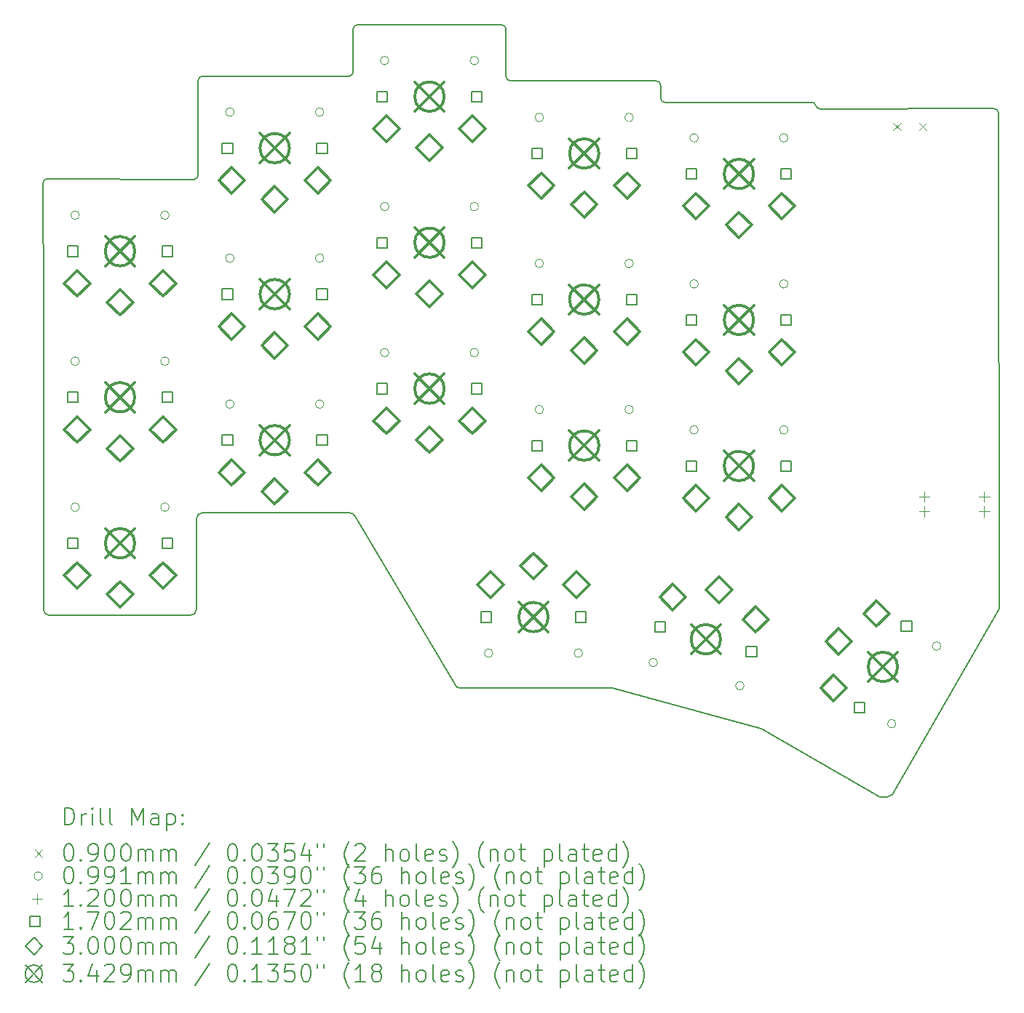
<source format=gbr>
%TF.GenerationSoftware,KiCad,Pcbnew,(6.0.10)*%
%TF.CreationDate,2023-01-07T12:45:03+01:00*%
%TF.ProjectId,chocofi,63686f63-6f66-4692-9e6b-696361645f70,2.1*%
%TF.SameCoordinates,Original*%
%TF.FileFunction,Drillmap*%
%TF.FilePolarity,Positive*%
%FSLAX45Y45*%
G04 Gerber Fmt 4.5, Leading zero omitted, Abs format (unit mm)*
G04 Created by KiCad (PCBNEW (6.0.10)) date 2023-01-07 12:45:03*
%MOMM*%
%LPD*%
G01*
G04 APERTURE LIST*
%ADD10C,0.150000*%
%ADD11C,0.200000*%
%ADD12C,0.090000*%
%ADD13C,0.099060*%
%ADD14C,0.120000*%
%ADD15C,0.170180*%
%ADD16C,0.300000*%
%ADD17C,0.342900*%
G04 APERTURE END LIST*
D10*
X18762000Y-5380500D02*
X16733040Y-5381502D01*
X9451545Y-6202085D02*
X7741920Y-6197600D01*
X17576800Y-13365480D02*
X18821400Y-11201400D01*
X16047720Y-12598400D02*
X17428867Y-13395960D01*
X12537440Y-12124081D02*
X14315440Y-12125960D01*
X16685040Y-5345502D02*
G75*
G03*
X16636050Y-5305500I-48990J-9998D01*
G01*
X16685040Y-5345502D02*
G75*
G03*
X16733040Y-5381502I48000J14000D01*
G01*
X16636050Y-5305500D02*
X14929320Y-5306902D01*
X9451545Y-6202085D02*
G75*
G03*
X9501545Y-6152085I0J50000D01*
G01*
X9551712Y-5000682D02*
G75*
G03*
X9501712Y-5050682I0J-50000D01*
G01*
X13031000Y-4403620D02*
X11353000Y-4404955D01*
X13081000Y-5005340D02*
X13081000Y-4453620D01*
X14829320Y-5056902D02*
X13131000Y-5055340D01*
X14879320Y-5256902D02*
X14879320Y-5106902D01*
X9501712Y-5050682D02*
X9501545Y-6152085D01*
X11254712Y-5000682D02*
X9551712Y-5000682D01*
X11303000Y-4454955D02*
X11304712Y-4950682D01*
X11254712Y-5000682D02*
G75*
G03*
X11304712Y-4950682I0J50000D01*
G01*
X11353000Y-4404955D02*
G75*
G03*
X11303000Y-4454955I0J-50000D01*
G01*
X13081000Y-4453620D02*
G75*
G03*
X13031000Y-4403620I-50000J0D01*
G01*
X13081000Y-5005340D02*
G75*
G03*
X13131000Y-5055340I50000J0D01*
G01*
X14879320Y-5106902D02*
G75*
G03*
X14829320Y-5056902I-50000J0D01*
G01*
X14879320Y-5256902D02*
G75*
G03*
X14929320Y-5306902I50000J0D01*
G01*
X18812000Y-5430500D02*
G75*
G03*
X18762000Y-5380500I-50000J0D01*
G01*
X9545320Y-10086265D02*
X11262360Y-10086265D01*
X9479280Y-11074400D02*
X9484360Y-10147225D01*
X11329486Y-10129488D02*
G75*
G03*
X11262360Y-10086265I-67126J-30512D01*
G01*
X12501880Y-12110720D02*
G75*
G03*
X12537440Y-12124081I35560J40640D01*
G01*
X17428867Y-13395960D02*
G75*
G03*
X17576800Y-13365480I44003J160669D01*
G01*
X7701280Y-9377680D02*
X7701280Y-11074400D01*
X7696200Y-6243320D02*
X7701280Y-7670800D01*
X18812000Y-5430500D02*
X18821400Y-11201400D01*
X9479280Y-11211560D02*
X9479280Y-11074400D01*
X9545320Y-10086265D02*
G75*
G03*
X9484360Y-10147225I0J-60960D01*
G01*
X9413240Y-11277600D02*
G75*
G03*
X9479280Y-11211560I0J66040D01*
G01*
X7701280Y-11211560D02*
X7701280Y-11074400D01*
X7701280Y-7670800D02*
X7701280Y-9377680D01*
X11329486Y-10129488D02*
X12501880Y-12110720D01*
X7741920Y-6197600D02*
G75*
G03*
X7696200Y-6243320I0J-45720D01*
G01*
X7767320Y-11277600D02*
X9413240Y-11277600D01*
X14315440Y-12125960D02*
X16047720Y-12598400D01*
X7701280Y-11211560D02*
G75*
G03*
X7767320Y-11277600I66040J0D01*
G01*
D11*
D12*
X17585000Y-5543000D02*
X17675000Y-5633000D01*
X17675000Y-5543000D02*
X17585000Y-5633000D01*
X17885000Y-5543000D02*
X17975000Y-5633000D01*
X17975000Y-5543000D02*
X17885000Y-5633000D01*
D13*
X8118530Y-6620000D02*
G75*
G03*
X8118530Y-6620000I-49530J0D01*
G01*
X8118530Y-8320000D02*
G75*
G03*
X8118530Y-8320000I-49530J0D01*
G01*
X8118530Y-10020000D02*
G75*
G03*
X8118530Y-10020000I-49530J0D01*
G01*
X9162530Y-6620000D02*
G75*
G03*
X9162530Y-6620000I-49530J0D01*
G01*
X9162530Y-8320000D02*
G75*
G03*
X9162530Y-8320000I-49530J0D01*
G01*
X9162530Y-10020000D02*
G75*
G03*
X9162530Y-10020000I-49530J0D01*
G01*
X9918530Y-5420000D02*
G75*
G03*
X9918530Y-5420000I-49530J0D01*
G01*
X9918530Y-7120000D02*
G75*
G03*
X9918530Y-7120000I-49530J0D01*
G01*
X9918530Y-8820000D02*
G75*
G03*
X9918530Y-8820000I-49530J0D01*
G01*
X10962530Y-5420000D02*
G75*
G03*
X10962530Y-5420000I-49530J0D01*
G01*
X10962530Y-7120000D02*
G75*
G03*
X10962530Y-7120000I-49530J0D01*
G01*
X10962530Y-8820000D02*
G75*
G03*
X10962530Y-8820000I-49530J0D01*
G01*
X11718530Y-4820000D02*
G75*
G03*
X11718530Y-4820000I-49530J0D01*
G01*
X11718530Y-6520000D02*
G75*
G03*
X11718530Y-6520000I-49530J0D01*
G01*
X11718530Y-8220000D02*
G75*
G03*
X11718530Y-8220000I-49530J0D01*
G01*
X12762530Y-4820000D02*
G75*
G03*
X12762530Y-4820000I-49530J0D01*
G01*
X12762530Y-6520000D02*
G75*
G03*
X12762530Y-6520000I-49530J0D01*
G01*
X12762530Y-8220000D02*
G75*
G03*
X12762530Y-8220000I-49530J0D01*
G01*
X12928530Y-11719000D02*
G75*
G03*
X12928530Y-11719000I-49530J0D01*
G01*
X13518530Y-5482000D02*
G75*
G03*
X13518530Y-5482000I-49530J0D01*
G01*
X13518530Y-7182000D02*
G75*
G03*
X13518530Y-7182000I-49530J0D01*
G01*
X13518530Y-8882500D02*
G75*
G03*
X13518530Y-8882500I-49530J0D01*
G01*
X13972530Y-11719000D02*
G75*
G03*
X13972530Y-11719000I-49530J0D01*
G01*
X14562530Y-5482000D02*
G75*
G03*
X14562530Y-5482000I-49530J0D01*
G01*
X14562530Y-7182000D02*
G75*
G03*
X14562530Y-7182000I-49530J0D01*
G01*
X14562530Y-8882500D02*
G75*
G03*
X14562530Y-8882500I-49530J0D01*
G01*
X14842613Y-11828585D02*
G75*
G03*
X14842613Y-11828585I-49530J0D01*
G01*
X15318530Y-5720000D02*
G75*
G03*
X15318530Y-5720000I-49530J0D01*
G01*
X15318530Y-7420000D02*
G75*
G03*
X15318530Y-7420000I-49530J0D01*
G01*
X15318530Y-9120000D02*
G75*
G03*
X15318530Y-9120000I-49530J0D01*
G01*
X15851039Y-12098792D02*
G75*
G03*
X15851039Y-12098792I-49530J0D01*
G01*
X16362530Y-5720000D02*
G75*
G03*
X16362530Y-5720000I-49530J0D01*
G01*
X16362530Y-7420000D02*
G75*
G03*
X16362530Y-7420000I-49530J0D01*
G01*
X16362530Y-9120000D02*
G75*
G03*
X16362530Y-9120000I-49530J0D01*
G01*
X17618261Y-12541065D02*
G75*
G03*
X17618261Y-12541065I-49530J0D01*
G01*
X18140261Y-11636935D02*
G75*
G03*
X18140261Y-11636935I-49530J0D01*
G01*
D14*
X17946000Y-9836100D02*
X17946000Y-9956100D01*
X17886000Y-9896100D02*
X18006000Y-9896100D01*
X17946000Y-10011100D02*
X17946000Y-10131100D01*
X17886000Y-10071100D02*
X18006000Y-10071100D01*
X18646000Y-9836100D02*
X18646000Y-9956100D01*
X18586000Y-9896100D02*
X18706000Y-9896100D01*
X18646000Y-10011100D02*
X18646000Y-10131100D01*
X18586000Y-10071100D02*
X18706000Y-10071100D01*
D15*
X8101168Y-7100168D02*
X8101168Y-6979832D01*
X7980832Y-6979832D01*
X7980832Y-7100168D01*
X8101168Y-7100168D01*
X8101168Y-8800168D02*
X8101168Y-8679832D01*
X7980832Y-8679832D01*
X7980832Y-8800168D01*
X8101168Y-8800168D01*
X8101168Y-10500168D02*
X8101168Y-10379832D01*
X7980832Y-10379832D01*
X7980832Y-10500168D01*
X8101168Y-10500168D01*
X9201168Y-7100168D02*
X9201168Y-6979832D01*
X9080832Y-6979832D01*
X9080832Y-7100168D01*
X9201168Y-7100168D01*
X9201168Y-8800168D02*
X9201168Y-8679832D01*
X9080832Y-8679832D01*
X9080832Y-8800168D01*
X9201168Y-8800168D01*
X9201168Y-10500168D02*
X9201168Y-10379832D01*
X9080832Y-10379832D01*
X9080832Y-10500168D01*
X9201168Y-10500168D01*
X9901168Y-5900168D02*
X9901168Y-5779832D01*
X9780832Y-5779832D01*
X9780832Y-5900168D01*
X9901168Y-5900168D01*
X9901168Y-7600168D02*
X9901168Y-7479832D01*
X9780832Y-7479832D01*
X9780832Y-7600168D01*
X9901168Y-7600168D01*
X9901168Y-9300168D02*
X9901168Y-9179832D01*
X9780832Y-9179832D01*
X9780832Y-9300168D01*
X9901168Y-9300168D01*
X11001168Y-5900168D02*
X11001168Y-5779832D01*
X10880832Y-5779832D01*
X10880832Y-5900168D01*
X11001168Y-5900168D01*
X11001168Y-7600168D02*
X11001168Y-7479832D01*
X10880832Y-7479832D01*
X10880832Y-7600168D01*
X11001168Y-7600168D01*
X11001168Y-9300168D02*
X11001168Y-9179832D01*
X10880832Y-9179832D01*
X10880832Y-9300168D01*
X11001168Y-9300168D01*
X11701168Y-5300168D02*
X11701168Y-5179832D01*
X11580832Y-5179832D01*
X11580832Y-5300168D01*
X11701168Y-5300168D01*
X11701168Y-7000168D02*
X11701168Y-6879832D01*
X11580832Y-6879832D01*
X11580832Y-7000168D01*
X11701168Y-7000168D01*
X11701168Y-8700168D02*
X11701168Y-8579832D01*
X11580832Y-8579832D01*
X11580832Y-8700168D01*
X11701168Y-8700168D01*
X12801168Y-5300168D02*
X12801168Y-5179832D01*
X12680832Y-5179832D01*
X12680832Y-5300168D01*
X12801168Y-5300168D01*
X12801168Y-7000168D02*
X12801168Y-6879832D01*
X12680832Y-6879832D01*
X12680832Y-7000168D01*
X12801168Y-7000168D01*
X12801168Y-8700168D02*
X12801168Y-8579832D01*
X12680832Y-8579832D01*
X12680832Y-8700168D01*
X12801168Y-8700168D01*
X12911168Y-11359168D02*
X12911168Y-11238832D01*
X12790832Y-11238832D01*
X12790832Y-11359168D01*
X12911168Y-11359168D01*
X13501168Y-5962168D02*
X13501168Y-5841832D01*
X13380832Y-5841832D01*
X13380832Y-5962168D01*
X13501168Y-5962168D01*
X13501168Y-7662168D02*
X13501168Y-7541832D01*
X13380832Y-7541832D01*
X13380832Y-7662168D01*
X13501168Y-7662168D01*
X13501168Y-9362668D02*
X13501168Y-9242332D01*
X13380832Y-9242332D01*
X13380832Y-9362668D01*
X13501168Y-9362668D01*
X14011168Y-11359168D02*
X14011168Y-11238832D01*
X13890832Y-11238832D01*
X13890832Y-11359168D01*
X14011168Y-11359168D01*
X14601168Y-5962168D02*
X14601168Y-5841832D01*
X14480832Y-5841832D01*
X14480832Y-5962168D01*
X14601168Y-5962168D01*
X14601168Y-7662168D02*
X14601168Y-7541832D01*
X14480832Y-7541832D01*
X14480832Y-7662168D01*
X14601168Y-7662168D01*
X14601168Y-9362668D02*
X14601168Y-9242332D01*
X14480832Y-9242332D01*
X14480832Y-9362668D01*
X14601168Y-9362668D01*
X14934909Y-11475818D02*
X14934909Y-11355481D01*
X14814572Y-11355481D01*
X14814572Y-11475818D01*
X14934909Y-11475818D01*
X15301168Y-6200168D02*
X15301168Y-6079832D01*
X15180832Y-6079832D01*
X15180832Y-6200168D01*
X15301168Y-6200168D01*
X15301168Y-7900168D02*
X15301168Y-7779832D01*
X15180832Y-7779832D01*
X15180832Y-7900168D01*
X15301168Y-7900168D01*
X15301168Y-9600168D02*
X15301168Y-9479832D01*
X15180832Y-9479832D01*
X15180832Y-9600168D01*
X15301168Y-9600168D01*
X15997427Y-11760519D02*
X15997427Y-11640182D01*
X15877091Y-11640182D01*
X15877091Y-11760519D01*
X15997427Y-11760519D01*
X16401168Y-6200168D02*
X16401168Y-6079832D01*
X16280832Y-6079832D01*
X16280832Y-6200168D01*
X16401168Y-6200168D01*
X16401168Y-7900168D02*
X16401168Y-7779832D01*
X16280832Y-7779832D01*
X16280832Y-7900168D01*
X16401168Y-7900168D01*
X16401168Y-9600168D02*
X16401168Y-9479832D01*
X16280832Y-9479832D01*
X16280832Y-9600168D01*
X16401168Y-9600168D01*
X17251168Y-12415482D02*
X17251168Y-12295146D01*
X17130832Y-12295146D01*
X17130832Y-12415482D01*
X17251168Y-12415482D01*
X17801168Y-11462854D02*
X17801168Y-11342518D01*
X17680832Y-11342518D01*
X17680832Y-11462854D01*
X17801168Y-11462854D01*
D16*
X8091000Y-7565000D02*
X8241000Y-7415000D01*
X8091000Y-7265000D01*
X7941000Y-7415000D01*
X8091000Y-7565000D01*
X8091000Y-9265000D02*
X8241000Y-9115000D01*
X8091000Y-8965000D01*
X7941000Y-9115000D01*
X8091000Y-9265000D01*
X8091000Y-10965000D02*
X8241000Y-10815000D01*
X8091000Y-10665000D01*
X7941000Y-10815000D01*
X8091000Y-10965000D01*
X8591000Y-7785000D02*
X8741000Y-7635000D01*
X8591000Y-7485000D01*
X8441000Y-7635000D01*
X8591000Y-7785000D01*
X8591000Y-9485000D02*
X8741000Y-9335000D01*
X8591000Y-9185000D01*
X8441000Y-9335000D01*
X8591000Y-9485000D01*
X8591000Y-11185000D02*
X8741000Y-11035000D01*
X8591000Y-10885000D01*
X8441000Y-11035000D01*
X8591000Y-11185000D01*
X9091000Y-7565000D02*
X9241000Y-7415000D01*
X9091000Y-7265000D01*
X8941000Y-7415000D01*
X9091000Y-7565000D01*
X9091000Y-9265000D02*
X9241000Y-9115000D01*
X9091000Y-8965000D01*
X8941000Y-9115000D01*
X9091000Y-9265000D01*
X9091000Y-10965000D02*
X9241000Y-10815000D01*
X9091000Y-10665000D01*
X8941000Y-10815000D01*
X9091000Y-10965000D01*
X9891000Y-6365000D02*
X10041000Y-6215000D01*
X9891000Y-6065000D01*
X9741000Y-6215000D01*
X9891000Y-6365000D01*
X9891000Y-8065000D02*
X10041000Y-7915000D01*
X9891000Y-7765000D01*
X9741000Y-7915000D01*
X9891000Y-8065000D01*
X9891000Y-9765000D02*
X10041000Y-9615000D01*
X9891000Y-9465000D01*
X9741000Y-9615000D01*
X9891000Y-9765000D01*
X10391000Y-6585000D02*
X10541000Y-6435000D01*
X10391000Y-6285000D01*
X10241000Y-6435000D01*
X10391000Y-6585000D01*
X10391000Y-8285000D02*
X10541000Y-8135000D01*
X10391000Y-7985000D01*
X10241000Y-8135000D01*
X10391000Y-8285000D01*
X10391000Y-9985000D02*
X10541000Y-9835000D01*
X10391000Y-9685000D01*
X10241000Y-9835000D01*
X10391000Y-9985000D01*
X10891000Y-6365000D02*
X11041000Y-6215000D01*
X10891000Y-6065000D01*
X10741000Y-6215000D01*
X10891000Y-6365000D01*
X10891000Y-8065000D02*
X11041000Y-7915000D01*
X10891000Y-7765000D01*
X10741000Y-7915000D01*
X10891000Y-8065000D01*
X10891000Y-9765000D02*
X11041000Y-9615000D01*
X10891000Y-9465000D01*
X10741000Y-9615000D01*
X10891000Y-9765000D01*
X11691000Y-5765000D02*
X11841000Y-5615000D01*
X11691000Y-5465000D01*
X11541000Y-5615000D01*
X11691000Y-5765000D01*
X11691000Y-7465000D02*
X11841000Y-7315000D01*
X11691000Y-7165000D01*
X11541000Y-7315000D01*
X11691000Y-7465000D01*
X11691000Y-9165000D02*
X11841000Y-9015000D01*
X11691000Y-8865000D01*
X11541000Y-9015000D01*
X11691000Y-9165000D01*
X12191000Y-5985000D02*
X12341000Y-5835000D01*
X12191000Y-5685000D01*
X12041000Y-5835000D01*
X12191000Y-5985000D01*
X12191000Y-7685000D02*
X12341000Y-7535000D01*
X12191000Y-7385000D01*
X12041000Y-7535000D01*
X12191000Y-7685000D01*
X12191000Y-9385000D02*
X12341000Y-9235000D01*
X12191000Y-9085000D01*
X12041000Y-9235000D01*
X12191000Y-9385000D01*
X12691000Y-5765000D02*
X12841000Y-5615000D01*
X12691000Y-5465000D01*
X12541000Y-5615000D01*
X12691000Y-5765000D01*
X12691000Y-7465000D02*
X12841000Y-7315000D01*
X12691000Y-7165000D01*
X12541000Y-7315000D01*
X12691000Y-7465000D01*
X12691000Y-9165000D02*
X12841000Y-9015000D01*
X12691000Y-8865000D01*
X12541000Y-9015000D01*
X12691000Y-9165000D01*
X12901000Y-11074000D02*
X13051000Y-10924000D01*
X12901000Y-10774000D01*
X12751000Y-10924000D01*
X12901000Y-11074000D01*
X13401000Y-10854000D02*
X13551000Y-10704000D01*
X13401000Y-10554000D01*
X13251000Y-10704000D01*
X13401000Y-10854000D01*
X13491000Y-6427000D02*
X13641000Y-6277000D01*
X13491000Y-6127000D01*
X13341000Y-6277000D01*
X13491000Y-6427000D01*
X13491000Y-8127000D02*
X13641000Y-7977000D01*
X13491000Y-7827000D01*
X13341000Y-7977000D01*
X13491000Y-8127000D01*
X13491000Y-9827500D02*
X13641000Y-9677500D01*
X13491000Y-9527500D01*
X13341000Y-9677500D01*
X13491000Y-9827500D01*
X13901000Y-11074000D02*
X14051000Y-10924000D01*
X13901000Y-10774000D01*
X13751000Y-10924000D01*
X13901000Y-11074000D01*
X13991000Y-6647000D02*
X14141000Y-6497000D01*
X13991000Y-6347000D01*
X13841000Y-6497000D01*
X13991000Y-6647000D01*
X13991000Y-8347000D02*
X14141000Y-8197000D01*
X13991000Y-8047000D01*
X13841000Y-8197000D01*
X13991000Y-8347000D01*
X13991000Y-10047500D02*
X14141000Y-9897500D01*
X13991000Y-9747500D01*
X13841000Y-9897500D01*
X13991000Y-10047500D01*
X14491000Y-6427000D02*
X14641000Y-6277000D01*
X14491000Y-6127000D01*
X14341000Y-6277000D01*
X14491000Y-6427000D01*
X14491000Y-8127000D02*
X14641000Y-7977000D01*
X14491000Y-7827000D01*
X14341000Y-7977000D01*
X14491000Y-8127000D01*
X14491000Y-9827500D02*
X14641000Y-9677500D01*
X14491000Y-9527500D01*
X14341000Y-9677500D01*
X14491000Y-9827500D01*
X15020094Y-11216368D02*
X15170094Y-11066368D01*
X15020094Y-10916368D01*
X14870094Y-11066368D01*
X15020094Y-11216368D01*
X15291000Y-6665000D02*
X15441000Y-6515000D01*
X15291000Y-6365000D01*
X15141000Y-6515000D01*
X15291000Y-6665000D01*
X15291000Y-8365000D02*
X15441000Y-8215000D01*
X15291000Y-8065000D01*
X15141000Y-8215000D01*
X15291000Y-8365000D01*
X15291000Y-10065000D02*
X15441000Y-9915000D01*
X15291000Y-9765000D01*
X15141000Y-9915000D01*
X15291000Y-10065000D01*
X15559997Y-11133274D02*
X15709997Y-10983274D01*
X15559997Y-10833274D01*
X15409997Y-10983274D01*
X15559997Y-11133274D01*
X15791000Y-6885000D02*
X15941000Y-6735000D01*
X15791000Y-6585000D01*
X15641000Y-6735000D01*
X15791000Y-6885000D01*
X15791000Y-8585000D02*
X15941000Y-8435000D01*
X15791000Y-8285000D01*
X15641000Y-8435000D01*
X15791000Y-8585000D01*
X15791000Y-10285000D02*
X15941000Y-10135000D01*
X15791000Y-9985000D01*
X15641000Y-10135000D01*
X15791000Y-10285000D01*
X15986020Y-11475187D02*
X16136020Y-11325187D01*
X15986020Y-11175187D01*
X15836020Y-11325187D01*
X15986020Y-11475187D01*
X16291000Y-6665000D02*
X16441000Y-6515000D01*
X16291000Y-6365000D01*
X16141000Y-6515000D01*
X16291000Y-6665000D01*
X16291000Y-8365000D02*
X16441000Y-8215000D01*
X16291000Y-8065000D01*
X16141000Y-8215000D01*
X16291000Y-8365000D01*
X16291000Y-10065000D02*
X16441000Y-9915000D01*
X16291000Y-9765000D01*
X16141000Y-9915000D01*
X16291000Y-10065000D01*
X16891241Y-12274513D02*
X17041241Y-12124513D01*
X16891241Y-11974513D01*
X16741240Y-12124513D01*
X16891241Y-12274513D01*
X16950715Y-11731500D02*
X17100715Y-11581500D01*
X16950715Y-11431500D01*
X16800715Y-11581500D01*
X16950715Y-11731500D01*
X17391241Y-11408487D02*
X17541241Y-11258487D01*
X17391241Y-11108487D01*
X17241241Y-11258487D01*
X17391241Y-11408487D01*
D17*
X8419550Y-6868550D02*
X8762450Y-7211450D01*
X8762450Y-6868550D02*
X8419550Y-7211450D01*
X8762450Y-7040000D02*
G75*
G03*
X8762450Y-7040000I-171450J0D01*
G01*
X8419550Y-8568550D02*
X8762450Y-8911450D01*
X8762450Y-8568550D02*
X8419550Y-8911450D01*
X8762450Y-8740000D02*
G75*
G03*
X8762450Y-8740000I-171450J0D01*
G01*
X8419550Y-10268550D02*
X8762450Y-10611450D01*
X8762450Y-10268550D02*
X8419550Y-10611450D01*
X8762450Y-10440000D02*
G75*
G03*
X8762450Y-10440000I-171450J0D01*
G01*
X10219550Y-5668550D02*
X10562450Y-6011450D01*
X10562450Y-5668550D02*
X10219550Y-6011450D01*
X10562450Y-5840000D02*
G75*
G03*
X10562450Y-5840000I-171450J0D01*
G01*
X10219550Y-7368550D02*
X10562450Y-7711450D01*
X10562450Y-7368550D02*
X10219550Y-7711450D01*
X10562450Y-7540000D02*
G75*
G03*
X10562450Y-7540000I-171450J0D01*
G01*
X10219550Y-9068550D02*
X10562450Y-9411450D01*
X10562450Y-9068550D02*
X10219550Y-9411450D01*
X10562450Y-9240000D02*
G75*
G03*
X10562450Y-9240000I-171450J0D01*
G01*
X12019550Y-5068550D02*
X12362450Y-5411450D01*
X12362450Y-5068550D02*
X12019550Y-5411450D01*
X12362450Y-5240000D02*
G75*
G03*
X12362450Y-5240000I-171450J0D01*
G01*
X12019550Y-6768550D02*
X12362450Y-7111450D01*
X12362450Y-6768550D02*
X12019550Y-7111450D01*
X12362450Y-6940000D02*
G75*
G03*
X12362450Y-6940000I-171450J0D01*
G01*
X12019550Y-8468550D02*
X12362450Y-8811450D01*
X12362450Y-8468550D02*
X12019550Y-8811450D01*
X12362450Y-8640000D02*
G75*
G03*
X12362450Y-8640000I-171450J0D01*
G01*
X13229550Y-11127550D02*
X13572450Y-11470450D01*
X13572450Y-11127550D02*
X13229550Y-11470450D01*
X13572450Y-11299000D02*
G75*
G03*
X13572450Y-11299000I-171450J0D01*
G01*
X13819550Y-5730550D02*
X14162450Y-6073450D01*
X14162450Y-5730550D02*
X13819550Y-6073450D01*
X14162450Y-5902000D02*
G75*
G03*
X14162450Y-5902000I-171450J0D01*
G01*
X13819550Y-7430550D02*
X14162450Y-7773450D01*
X14162450Y-7430550D02*
X13819550Y-7773450D01*
X14162450Y-7602000D02*
G75*
G03*
X14162450Y-7602000I-171450J0D01*
G01*
X13819550Y-9131050D02*
X14162450Y-9473950D01*
X14162450Y-9131050D02*
X13819550Y-9473950D01*
X14162450Y-9302500D02*
G75*
G03*
X14162450Y-9302500I-171450J0D01*
G01*
X15234550Y-11386550D02*
X15577450Y-11729450D01*
X15577450Y-11386550D02*
X15234550Y-11729450D01*
X15577450Y-11558000D02*
G75*
G03*
X15577450Y-11558000I-171450J0D01*
G01*
X15619550Y-5968550D02*
X15962450Y-6311450D01*
X15962450Y-5968550D02*
X15619550Y-6311450D01*
X15962450Y-6140000D02*
G75*
G03*
X15962450Y-6140000I-171450J0D01*
G01*
X15619550Y-7668550D02*
X15962450Y-8011450D01*
X15962450Y-7668550D02*
X15619550Y-8011450D01*
X15962450Y-7840000D02*
G75*
G03*
X15962450Y-7840000I-171450J0D01*
G01*
X15619550Y-9368550D02*
X15962450Y-9711450D01*
X15962450Y-9368550D02*
X15619550Y-9711450D01*
X15962450Y-9540000D02*
G75*
G03*
X15962450Y-9540000I-171450J0D01*
G01*
X17294550Y-11707550D02*
X17637450Y-12050450D01*
X17637450Y-11707550D02*
X17294550Y-12050450D01*
X17637450Y-11879000D02*
G75*
G03*
X17637450Y-11879000I-171450J0D01*
G01*
D11*
X7946319Y-13719853D02*
X7946319Y-13519853D01*
X7993938Y-13519853D01*
X8022509Y-13529376D01*
X8041557Y-13548424D01*
X8051081Y-13567472D01*
X8060605Y-13605567D01*
X8060605Y-13634138D01*
X8051081Y-13672234D01*
X8041557Y-13691281D01*
X8022509Y-13710329D01*
X7993938Y-13719853D01*
X7946319Y-13719853D01*
X8146319Y-13719853D02*
X8146319Y-13586519D01*
X8146319Y-13624614D02*
X8155843Y-13605567D01*
X8165367Y-13596043D01*
X8184414Y-13586519D01*
X8203462Y-13586519D01*
X8270128Y-13719853D02*
X8270128Y-13586519D01*
X8270128Y-13519853D02*
X8260605Y-13529376D01*
X8270128Y-13538900D01*
X8279652Y-13529376D01*
X8270128Y-13519853D01*
X8270128Y-13538900D01*
X8393938Y-13719853D02*
X8374890Y-13710329D01*
X8365367Y-13691281D01*
X8365367Y-13519853D01*
X8498700Y-13719853D02*
X8479652Y-13710329D01*
X8470129Y-13691281D01*
X8470129Y-13519853D01*
X8727271Y-13719853D02*
X8727271Y-13519853D01*
X8793938Y-13662710D01*
X8860605Y-13519853D01*
X8860605Y-13719853D01*
X9041557Y-13719853D02*
X9041557Y-13615091D01*
X9032033Y-13596043D01*
X9012986Y-13586519D01*
X8974890Y-13586519D01*
X8955843Y-13596043D01*
X9041557Y-13710329D02*
X9022510Y-13719853D01*
X8974890Y-13719853D01*
X8955843Y-13710329D01*
X8946319Y-13691281D01*
X8946319Y-13672234D01*
X8955843Y-13653186D01*
X8974890Y-13643662D01*
X9022510Y-13643662D01*
X9041557Y-13634138D01*
X9136795Y-13586519D02*
X9136795Y-13786519D01*
X9136795Y-13596043D02*
X9155843Y-13586519D01*
X9193938Y-13586519D01*
X9212986Y-13596043D01*
X9222510Y-13605567D01*
X9232033Y-13624614D01*
X9232033Y-13681757D01*
X9222510Y-13700805D01*
X9212986Y-13710329D01*
X9193938Y-13719853D01*
X9155843Y-13719853D01*
X9136795Y-13710329D01*
X9317748Y-13700805D02*
X9327271Y-13710329D01*
X9317748Y-13719853D01*
X9308224Y-13710329D01*
X9317748Y-13700805D01*
X9317748Y-13719853D01*
X9317748Y-13596043D02*
X9327271Y-13605567D01*
X9317748Y-13615091D01*
X9308224Y-13605567D01*
X9317748Y-13596043D01*
X9317748Y-13615091D01*
D12*
X7598700Y-14004376D02*
X7688700Y-14094376D01*
X7688700Y-14004376D02*
X7598700Y-14094376D01*
D11*
X7984414Y-13939853D02*
X8003462Y-13939853D01*
X8022509Y-13949376D01*
X8032033Y-13958900D01*
X8041557Y-13977948D01*
X8051081Y-14016043D01*
X8051081Y-14063662D01*
X8041557Y-14101757D01*
X8032033Y-14120805D01*
X8022509Y-14130329D01*
X8003462Y-14139853D01*
X7984414Y-14139853D01*
X7965367Y-14130329D01*
X7955843Y-14120805D01*
X7946319Y-14101757D01*
X7936795Y-14063662D01*
X7936795Y-14016043D01*
X7946319Y-13977948D01*
X7955843Y-13958900D01*
X7965367Y-13949376D01*
X7984414Y-13939853D01*
X8136795Y-14120805D02*
X8146319Y-14130329D01*
X8136795Y-14139853D01*
X8127271Y-14130329D01*
X8136795Y-14120805D01*
X8136795Y-14139853D01*
X8241557Y-14139853D02*
X8279652Y-14139853D01*
X8298700Y-14130329D01*
X8308224Y-14120805D01*
X8327271Y-14092234D01*
X8336795Y-14054138D01*
X8336795Y-13977948D01*
X8327271Y-13958900D01*
X8317748Y-13949376D01*
X8298700Y-13939853D01*
X8260605Y-13939853D01*
X8241557Y-13949376D01*
X8232033Y-13958900D01*
X8222509Y-13977948D01*
X8222509Y-14025567D01*
X8232033Y-14044614D01*
X8241557Y-14054138D01*
X8260605Y-14063662D01*
X8298700Y-14063662D01*
X8317748Y-14054138D01*
X8327271Y-14044614D01*
X8336795Y-14025567D01*
X8460605Y-13939853D02*
X8479652Y-13939853D01*
X8498700Y-13949376D01*
X8508224Y-13958900D01*
X8517748Y-13977948D01*
X8527271Y-14016043D01*
X8527271Y-14063662D01*
X8517748Y-14101757D01*
X8508224Y-14120805D01*
X8498700Y-14130329D01*
X8479652Y-14139853D01*
X8460605Y-14139853D01*
X8441557Y-14130329D01*
X8432033Y-14120805D01*
X8422510Y-14101757D01*
X8412986Y-14063662D01*
X8412986Y-14016043D01*
X8422510Y-13977948D01*
X8432033Y-13958900D01*
X8441557Y-13949376D01*
X8460605Y-13939853D01*
X8651081Y-13939853D02*
X8670129Y-13939853D01*
X8689176Y-13949376D01*
X8698700Y-13958900D01*
X8708224Y-13977948D01*
X8717748Y-14016043D01*
X8717748Y-14063662D01*
X8708224Y-14101757D01*
X8698700Y-14120805D01*
X8689176Y-14130329D01*
X8670129Y-14139853D01*
X8651081Y-14139853D01*
X8632033Y-14130329D01*
X8622510Y-14120805D01*
X8612986Y-14101757D01*
X8603462Y-14063662D01*
X8603462Y-14016043D01*
X8612986Y-13977948D01*
X8622510Y-13958900D01*
X8632033Y-13949376D01*
X8651081Y-13939853D01*
X8803462Y-14139853D02*
X8803462Y-14006519D01*
X8803462Y-14025567D02*
X8812986Y-14016043D01*
X8832033Y-14006519D01*
X8860605Y-14006519D01*
X8879652Y-14016043D01*
X8889176Y-14035091D01*
X8889176Y-14139853D01*
X8889176Y-14035091D02*
X8898700Y-14016043D01*
X8917748Y-14006519D01*
X8946319Y-14006519D01*
X8965367Y-14016043D01*
X8974890Y-14035091D01*
X8974890Y-14139853D01*
X9070129Y-14139853D02*
X9070129Y-14006519D01*
X9070129Y-14025567D02*
X9079652Y-14016043D01*
X9098700Y-14006519D01*
X9127271Y-14006519D01*
X9146319Y-14016043D01*
X9155843Y-14035091D01*
X9155843Y-14139853D01*
X9155843Y-14035091D02*
X9165367Y-14016043D01*
X9184414Y-14006519D01*
X9212986Y-14006519D01*
X9232033Y-14016043D01*
X9241557Y-14035091D01*
X9241557Y-14139853D01*
X9632033Y-13930329D02*
X9460605Y-14187472D01*
X9889176Y-13939853D02*
X9908224Y-13939853D01*
X9927271Y-13949376D01*
X9936795Y-13958900D01*
X9946319Y-13977948D01*
X9955843Y-14016043D01*
X9955843Y-14063662D01*
X9946319Y-14101757D01*
X9936795Y-14120805D01*
X9927271Y-14130329D01*
X9908224Y-14139853D01*
X9889176Y-14139853D01*
X9870129Y-14130329D01*
X9860605Y-14120805D01*
X9851081Y-14101757D01*
X9841557Y-14063662D01*
X9841557Y-14016043D01*
X9851081Y-13977948D01*
X9860605Y-13958900D01*
X9870129Y-13949376D01*
X9889176Y-13939853D01*
X10041557Y-14120805D02*
X10051081Y-14130329D01*
X10041557Y-14139853D01*
X10032033Y-14130329D01*
X10041557Y-14120805D01*
X10041557Y-14139853D01*
X10174890Y-13939853D02*
X10193938Y-13939853D01*
X10212986Y-13949376D01*
X10222510Y-13958900D01*
X10232033Y-13977948D01*
X10241557Y-14016043D01*
X10241557Y-14063662D01*
X10232033Y-14101757D01*
X10222510Y-14120805D01*
X10212986Y-14130329D01*
X10193938Y-14139853D01*
X10174890Y-14139853D01*
X10155843Y-14130329D01*
X10146319Y-14120805D01*
X10136795Y-14101757D01*
X10127271Y-14063662D01*
X10127271Y-14016043D01*
X10136795Y-13977948D01*
X10146319Y-13958900D01*
X10155843Y-13949376D01*
X10174890Y-13939853D01*
X10308224Y-13939853D02*
X10432033Y-13939853D01*
X10365367Y-14016043D01*
X10393938Y-14016043D01*
X10412986Y-14025567D01*
X10422510Y-14035091D01*
X10432033Y-14054138D01*
X10432033Y-14101757D01*
X10422510Y-14120805D01*
X10412986Y-14130329D01*
X10393938Y-14139853D01*
X10336795Y-14139853D01*
X10317748Y-14130329D01*
X10308224Y-14120805D01*
X10612986Y-13939853D02*
X10517748Y-13939853D01*
X10508224Y-14035091D01*
X10517748Y-14025567D01*
X10536795Y-14016043D01*
X10584414Y-14016043D01*
X10603462Y-14025567D01*
X10612986Y-14035091D01*
X10622510Y-14054138D01*
X10622510Y-14101757D01*
X10612986Y-14120805D01*
X10603462Y-14130329D01*
X10584414Y-14139853D01*
X10536795Y-14139853D01*
X10517748Y-14130329D01*
X10508224Y-14120805D01*
X10793938Y-14006519D02*
X10793938Y-14139853D01*
X10746319Y-13930329D02*
X10698700Y-14073186D01*
X10822510Y-14073186D01*
X10889176Y-13939853D02*
X10889176Y-13977948D01*
X10965367Y-13939853D02*
X10965367Y-13977948D01*
X11260605Y-14216043D02*
X11251081Y-14206519D01*
X11232033Y-14177948D01*
X11222509Y-14158900D01*
X11212986Y-14130329D01*
X11203462Y-14082710D01*
X11203462Y-14044614D01*
X11212986Y-13996995D01*
X11222509Y-13968424D01*
X11232033Y-13949376D01*
X11251081Y-13920805D01*
X11260605Y-13911281D01*
X11327271Y-13958900D02*
X11336795Y-13949376D01*
X11355843Y-13939853D01*
X11403462Y-13939853D01*
X11422509Y-13949376D01*
X11432033Y-13958900D01*
X11441557Y-13977948D01*
X11441557Y-13996995D01*
X11432033Y-14025567D01*
X11317748Y-14139853D01*
X11441557Y-14139853D01*
X11679652Y-14139853D02*
X11679652Y-13939853D01*
X11765367Y-14139853D02*
X11765367Y-14035091D01*
X11755843Y-14016043D01*
X11736795Y-14006519D01*
X11708224Y-14006519D01*
X11689176Y-14016043D01*
X11679652Y-14025567D01*
X11889176Y-14139853D02*
X11870128Y-14130329D01*
X11860605Y-14120805D01*
X11851081Y-14101757D01*
X11851081Y-14044614D01*
X11860605Y-14025567D01*
X11870128Y-14016043D01*
X11889176Y-14006519D01*
X11917748Y-14006519D01*
X11936795Y-14016043D01*
X11946319Y-14025567D01*
X11955843Y-14044614D01*
X11955843Y-14101757D01*
X11946319Y-14120805D01*
X11936795Y-14130329D01*
X11917748Y-14139853D01*
X11889176Y-14139853D01*
X12070128Y-14139853D02*
X12051081Y-14130329D01*
X12041557Y-14111281D01*
X12041557Y-13939853D01*
X12222509Y-14130329D02*
X12203462Y-14139853D01*
X12165367Y-14139853D01*
X12146319Y-14130329D01*
X12136795Y-14111281D01*
X12136795Y-14035091D01*
X12146319Y-14016043D01*
X12165367Y-14006519D01*
X12203462Y-14006519D01*
X12222509Y-14016043D01*
X12232033Y-14035091D01*
X12232033Y-14054138D01*
X12136795Y-14073186D01*
X12308224Y-14130329D02*
X12327271Y-14139853D01*
X12365367Y-14139853D01*
X12384414Y-14130329D01*
X12393938Y-14111281D01*
X12393938Y-14101757D01*
X12384414Y-14082710D01*
X12365367Y-14073186D01*
X12336795Y-14073186D01*
X12317748Y-14063662D01*
X12308224Y-14044614D01*
X12308224Y-14035091D01*
X12317748Y-14016043D01*
X12336795Y-14006519D01*
X12365367Y-14006519D01*
X12384414Y-14016043D01*
X12460605Y-14216043D02*
X12470128Y-14206519D01*
X12489176Y-14177948D01*
X12498700Y-14158900D01*
X12508224Y-14130329D01*
X12517748Y-14082710D01*
X12517748Y-14044614D01*
X12508224Y-13996995D01*
X12498700Y-13968424D01*
X12489176Y-13949376D01*
X12470128Y-13920805D01*
X12460605Y-13911281D01*
X12822509Y-14216043D02*
X12812986Y-14206519D01*
X12793938Y-14177948D01*
X12784414Y-14158900D01*
X12774890Y-14130329D01*
X12765367Y-14082710D01*
X12765367Y-14044614D01*
X12774890Y-13996995D01*
X12784414Y-13968424D01*
X12793938Y-13949376D01*
X12812986Y-13920805D01*
X12822509Y-13911281D01*
X12898700Y-14006519D02*
X12898700Y-14139853D01*
X12898700Y-14025567D02*
X12908224Y-14016043D01*
X12927271Y-14006519D01*
X12955843Y-14006519D01*
X12974890Y-14016043D01*
X12984414Y-14035091D01*
X12984414Y-14139853D01*
X13108224Y-14139853D02*
X13089176Y-14130329D01*
X13079652Y-14120805D01*
X13070128Y-14101757D01*
X13070128Y-14044614D01*
X13079652Y-14025567D01*
X13089176Y-14016043D01*
X13108224Y-14006519D01*
X13136795Y-14006519D01*
X13155843Y-14016043D01*
X13165367Y-14025567D01*
X13174890Y-14044614D01*
X13174890Y-14101757D01*
X13165367Y-14120805D01*
X13155843Y-14130329D01*
X13136795Y-14139853D01*
X13108224Y-14139853D01*
X13232033Y-14006519D02*
X13308224Y-14006519D01*
X13260605Y-13939853D02*
X13260605Y-14111281D01*
X13270128Y-14130329D01*
X13289176Y-14139853D01*
X13308224Y-14139853D01*
X13527271Y-14006519D02*
X13527271Y-14206519D01*
X13527271Y-14016043D02*
X13546319Y-14006519D01*
X13584414Y-14006519D01*
X13603462Y-14016043D01*
X13612986Y-14025567D01*
X13622509Y-14044614D01*
X13622509Y-14101757D01*
X13612986Y-14120805D01*
X13603462Y-14130329D01*
X13584414Y-14139853D01*
X13546319Y-14139853D01*
X13527271Y-14130329D01*
X13736795Y-14139853D02*
X13717748Y-14130329D01*
X13708224Y-14111281D01*
X13708224Y-13939853D01*
X13898700Y-14139853D02*
X13898700Y-14035091D01*
X13889176Y-14016043D01*
X13870128Y-14006519D01*
X13832033Y-14006519D01*
X13812986Y-14016043D01*
X13898700Y-14130329D02*
X13879652Y-14139853D01*
X13832033Y-14139853D01*
X13812986Y-14130329D01*
X13803462Y-14111281D01*
X13803462Y-14092234D01*
X13812986Y-14073186D01*
X13832033Y-14063662D01*
X13879652Y-14063662D01*
X13898700Y-14054138D01*
X13965367Y-14006519D02*
X14041557Y-14006519D01*
X13993938Y-13939853D02*
X13993938Y-14111281D01*
X14003462Y-14130329D01*
X14022509Y-14139853D01*
X14041557Y-14139853D01*
X14184414Y-14130329D02*
X14165367Y-14139853D01*
X14127271Y-14139853D01*
X14108224Y-14130329D01*
X14098700Y-14111281D01*
X14098700Y-14035091D01*
X14108224Y-14016043D01*
X14127271Y-14006519D01*
X14165367Y-14006519D01*
X14184414Y-14016043D01*
X14193938Y-14035091D01*
X14193938Y-14054138D01*
X14098700Y-14073186D01*
X14365367Y-14139853D02*
X14365367Y-13939853D01*
X14365367Y-14130329D02*
X14346319Y-14139853D01*
X14308224Y-14139853D01*
X14289176Y-14130329D01*
X14279652Y-14120805D01*
X14270128Y-14101757D01*
X14270128Y-14044614D01*
X14279652Y-14025567D01*
X14289176Y-14016043D01*
X14308224Y-14006519D01*
X14346319Y-14006519D01*
X14365367Y-14016043D01*
X14441557Y-14216043D02*
X14451081Y-14206519D01*
X14470128Y-14177948D01*
X14479652Y-14158900D01*
X14489176Y-14130329D01*
X14498700Y-14082710D01*
X14498700Y-14044614D01*
X14489176Y-13996995D01*
X14479652Y-13968424D01*
X14470128Y-13949376D01*
X14451081Y-13920805D01*
X14441557Y-13911281D01*
D13*
X7688700Y-14313376D02*
G75*
G03*
X7688700Y-14313376I-49530J0D01*
G01*
D11*
X7984414Y-14203853D02*
X8003462Y-14203853D01*
X8022509Y-14213376D01*
X8032033Y-14222900D01*
X8041557Y-14241948D01*
X8051081Y-14280043D01*
X8051081Y-14327662D01*
X8041557Y-14365757D01*
X8032033Y-14384805D01*
X8022509Y-14394329D01*
X8003462Y-14403853D01*
X7984414Y-14403853D01*
X7965367Y-14394329D01*
X7955843Y-14384805D01*
X7946319Y-14365757D01*
X7936795Y-14327662D01*
X7936795Y-14280043D01*
X7946319Y-14241948D01*
X7955843Y-14222900D01*
X7965367Y-14213376D01*
X7984414Y-14203853D01*
X8136795Y-14384805D02*
X8146319Y-14394329D01*
X8136795Y-14403853D01*
X8127271Y-14394329D01*
X8136795Y-14384805D01*
X8136795Y-14403853D01*
X8241557Y-14403853D02*
X8279652Y-14403853D01*
X8298700Y-14394329D01*
X8308224Y-14384805D01*
X8327271Y-14356234D01*
X8336795Y-14318138D01*
X8336795Y-14241948D01*
X8327271Y-14222900D01*
X8317748Y-14213376D01*
X8298700Y-14203853D01*
X8260605Y-14203853D01*
X8241557Y-14213376D01*
X8232033Y-14222900D01*
X8222509Y-14241948D01*
X8222509Y-14289567D01*
X8232033Y-14308614D01*
X8241557Y-14318138D01*
X8260605Y-14327662D01*
X8298700Y-14327662D01*
X8317748Y-14318138D01*
X8327271Y-14308614D01*
X8336795Y-14289567D01*
X8432033Y-14403853D02*
X8470129Y-14403853D01*
X8489176Y-14394329D01*
X8498700Y-14384805D01*
X8517748Y-14356234D01*
X8527271Y-14318138D01*
X8527271Y-14241948D01*
X8517748Y-14222900D01*
X8508224Y-14213376D01*
X8489176Y-14203853D01*
X8451081Y-14203853D01*
X8432033Y-14213376D01*
X8422510Y-14222900D01*
X8412986Y-14241948D01*
X8412986Y-14289567D01*
X8422510Y-14308614D01*
X8432033Y-14318138D01*
X8451081Y-14327662D01*
X8489176Y-14327662D01*
X8508224Y-14318138D01*
X8517748Y-14308614D01*
X8527271Y-14289567D01*
X8717748Y-14403853D02*
X8603462Y-14403853D01*
X8660605Y-14403853D02*
X8660605Y-14203853D01*
X8641557Y-14232424D01*
X8622510Y-14251472D01*
X8603462Y-14260995D01*
X8803462Y-14403853D02*
X8803462Y-14270519D01*
X8803462Y-14289567D02*
X8812986Y-14280043D01*
X8832033Y-14270519D01*
X8860605Y-14270519D01*
X8879652Y-14280043D01*
X8889176Y-14299091D01*
X8889176Y-14403853D01*
X8889176Y-14299091D02*
X8898700Y-14280043D01*
X8917748Y-14270519D01*
X8946319Y-14270519D01*
X8965367Y-14280043D01*
X8974890Y-14299091D01*
X8974890Y-14403853D01*
X9070129Y-14403853D02*
X9070129Y-14270519D01*
X9070129Y-14289567D02*
X9079652Y-14280043D01*
X9098700Y-14270519D01*
X9127271Y-14270519D01*
X9146319Y-14280043D01*
X9155843Y-14299091D01*
X9155843Y-14403853D01*
X9155843Y-14299091D02*
X9165367Y-14280043D01*
X9184414Y-14270519D01*
X9212986Y-14270519D01*
X9232033Y-14280043D01*
X9241557Y-14299091D01*
X9241557Y-14403853D01*
X9632033Y-14194329D02*
X9460605Y-14451472D01*
X9889176Y-14203853D02*
X9908224Y-14203853D01*
X9927271Y-14213376D01*
X9936795Y-14222900D01*
X9946319Y-14241948D01*
X9955843Y-14280043D01*
X9955843Y-14327662D01*
X9946319Y-14365757D01*
X9936795Y-14384805D01*
X9927271Y-14394329D01*
X9908224Y-14403853D01*
X9889176Y-14403853D01*
X9870129Y-14394329D01*
X9860605Y-14384805D01*
X9851081Y-14365757D01*
X9841557Y-14327662D01*
X9841557Y-14280043D01*
X9851081Y-14241948D01*
X9860605Y-14222900D01*
X9870129Y-14213376D01*
X9889176Y-14203853D01*
X10041557Y-14384805D02*
X10051081Y-14394329D01*
X10041557Y-14403853D01*
X10032033Y-14394329D01*
X10041557Y-14384805D01*
X10041557Y-14403853D01*
X10174890Y-14203853D02*
X10193938Y-14203853D01*
X10212986Y-14213376D01*
X10222510Y-14222900D01*
X10232033Y-14241948D01*
X10241557Y-14280043D01*
X10241557Y-14327662D01*
X10232033Y-14365757D01*
X10222510Y-14384805D01*
X10212986Y-14394329D01*
X10193938Y-14403853D01*
X10174890Y-14403853D01*
X10155843Y-14394329D01*
X10146319Y-14384805D01*
X10136795Y-14365757D01*
X10127271Y-14327662D01*
X10127271Y-14280043D01*
X10136795Y-14241948D01*
X10146319Y-14222900D01*
X10155843Y-14213376D01*
X10174890Y-14203853D01*
X10308224Y-14203853D02*
X10432033Y-14203853D01*
X10365367Y-14280043D01*
X10393938Y-14280043D01*
X10412986Y-14289567D01*
X10422510Y-14299091D01*
X10432033Y-14318138D01*
X10432033Y-14365757D01*
X10422510Y-14384805D01*
X10412986Y-14394329D01*
X10393938Y-14403853D01*
X10336795Y-14403853D01*
X10317748Y-14394329D01*
X10308224Y-14384805D01*
X10527271Y-14403853D02*
X10565367Y-14403853D01*
X10584414Y-14394329D01*
X10593938Y-14384805D01*
X10612986Y-14356234D01*
X10622510Y-14318138D01*
X10622510Y-14241948D01*
X10612986Y-14222900D01*
X10603462Y-14213376D01*
X10584414Y-14203853D01*
X10546319Y-14203853D01*
X10527271Y-14213376D01*
X10517748Y-14222900D01*
X10508224Y-14241948D01*
X10508224Y-14289567D01*
X10517748Y-14308614D01*
X10527271Y-14318138D01*
X10546319Y-14327662D01*
X10584414Y-14327662D01*
X10603462Y-14318138D01*
X10612986Y-14308614D01*
X10622510Y-14289567D01*
X10746319Y-14203853D02*
X10765367Y-14203853D01*
X10784414Y-14213376D01*
X10793938Y-14222900D01*
X10803462Y-14241948D01*
X10812986Y-14280043D01*
X10812986Y-14327662D01*
X10803462Y-14365757D01*
X10793938Y-14384805D01*
X10784414Y-14394329D01*
X10765367Y-14403853D01*
X10746319Y-14403853D01*
X10727271Y-14394329D01*
X10717748Y-14384805D01*
X10708224Y-14365757D01*
X10698700Y-14327662D01*
X10698700Y-14280043D01*
X10708224Y-14241948D01*
X10717748Y-14222900D01*
X10727271Y-14213376D01*
X10746319Y-14203853D01*
X10889176Y-14203853D02*
X10889176Y-14241948D01*
X10965367Y-14203853D02*
X10965367Y-14241948D01*
X11260605Y-14480043D02*
X11251081Y-14470519D01*
X11232033Y-14441948D01*
X11222509Y-14422900D01*
X11212986Y-14394329D01*
X11203462Y-14346710D01*
X11203462Y-14308614D01*
X11212986Y-14260995D01*
X11222509Y-14232424D01*
X11232033Y-14213376D01*
X11251081Y-14184805D01*
X11260605Y-14175281D01*
X11317748Y-14203853D02*
X11441557Y-14203853D01*
X11374890Y-14280043D01*
X11403462Y-14280043D01*
X11422509Y-14289567D01*
X11432033Y-14299091D01*
X11441557Y-14318138D01*
X11441557Y-14365757D01*
X11432033Y-14384805D01*
X11422509Y-14394329D01*
X11403462Y-14403853D01*
X11346319Y-14403853D01*
X11327271Y-14394329D01*
X11317748Y-14384805D01*
X11612986Y-14203853D02*
X11574890Y-14203853D01*
X11555843Y-14213376D01*
X11546319Y-14222900D01*
X11527271Y-14251472D01*
X11517748Y-14289567D01*
X11517748Y-14365757D01*
X11527271Y-14384805D01*
X11536795Y-14394329D01*
X11555843Y-14403853D01*
X11593938Y-14403853D01*
X11612986Y-14394329D01*
X11622509Y-14384805D01*
X11632033Y-14365757D01*
X11632033Y-14318138D01*
X11622509Y-14299091D01*
X11612986Y-14289567D01*
X11593938Y-14280043D01*
X11555843Y-14280043D01*
X11536795Y-14289567D01*
X11527271Y-14299091D01*
X11517748Y-14318138D01*
X11870128Y-14403853D02*
X11870128Y-14203853D01*
X11955843Y-14403853D02*
X11955843Y-14299091D01*
X11946319Y-14280043D01*
X11927271Y-14270519D01*
X11898700Y-14270519D01*
X11879652Y-14280043D01*
X11870128Y-14289567D01*
X12079652Y-14403853D02*
X12060605Y-14394329D01*
X12051081Y-14384805D01*
X12041557Y-14365757D01*
X12041557Y-14308614D01*
X12051081Y-14289567D01*
X12060605Y-14280043D01*
X12079652Y-14270519D01*
X12108224Y-14270519D01*
X12127271Y-14280043D01*
X12136795Y-14289567D01*
X12146319Y-14308614D01*
X12146319Y-14365757D01*
X12136795Y-14384805D01*
X12127271Y-14394329D01*
X12108224Y-14403853D01*
X12079652Y-14403853D01*
X12260605Y-14403853D02*
X12241557Y-14394329D01*
X12232033Y-14375281D01*
X12232033Y-14203853D01*
X12412986Y-14394329D02*
X12393938Y-14403853D01*
X12355843Y-14403853D01*
X12336795Y-14394329D01*
X12327271Y-14375281D01*
X12327271Y-14299091D01*
X12336795Y-14280043D01*
X12355843Y-14270519D01*
X12393938Y-14270519D01*
X12412986Y-14280043D01*
X12422509Y-14299091D01*
X12422509Y-14318138D01*
X12327271Y-14337186D01*
X12498700Y-14394329D02*
X12517748Y-14403853D01*
X12555843Y-14403853D01*
X12574890Y-14394329D01*
X12584414Y-14375281D01*
X12584414Y-14365757D01*
X12574890Y-14346710D01*
X12555843Y-14337186D01*
X12527271Y-14337186D01*
X12508224Y-14327662D01*
X12498700Y-14308614D01*
X12498700Y-14299091D01*
X12508224Y-14280043D01*
X12527271Y-14270519D01*
X12555843Y-14270519D01*
X12574890Y-14280043D01*
X12651081Y-14480043D02*
X12660605Y-14470519D01*
X12679652Y-14441948D01*
X12689176Y-14422900D01*
X12698700Y-14394329D01*
X12708224Y-14346710D01*
X12708224Y-14308614D01*
X12698700Y-14260995D01*
X12689176Y-14232424D01*
X12679652Y-14213376D01*
X12660605Y-14184805D01*
X12651081Y-14175281D01*
X13012986Y-14480043D02*
X13003462Y-14470519D01*
X12984414Y-14441948D01*
X12974890Y-14422900D01*
X12965367Y-14394329D01*
X12955843Y-14346710D01*
X12955843Y-14308614D01*
X12965367Y-14260995D01*
X12974890Y-14232424D01*
X12984414Y-14213376D01*
X13003462Y-14184805D01*
X13012986Y-14175281D01*
X13089176Y-14270519D02*
X13089176Y-14403853D01*
X13089176Y-14289567D02*
X13098700Y-14280043D01*
X13117748Y-14270519D01*
X13146319Y-14270519D01*
X13165367Y-14280043D01*
X13174890Y-14299091D01*
X13174890Y-14403853D01*
X13298700Y-14403853D02*
X13279652Y-14394329D01*
X13270128Y-14384805D01*
X13260605Y-14365757D01*
X13260605Y-14308614D01*
X13270128Y-14289567D01*
X13279652Y-14280043D01*
X13298700Y-14270519D01*
X13327271Y-14270519D01*
X13346319Y-14280043D01*
X13355843Y-14289567D01*
X13365367Y-14308614D01*
X13365367Y-14365757D01*
X13355843Y-14384805D01*
X13346319Y-14394329D01*
X13327271Y-14403853D01*
X13298700Y-14403853D01*
X13422509Y-14270519D02*
X13498700Y-14270519D01*
X13451081Y-14203853D02*
X13451081Y-14375281D01*
X13460605Y-14394329D01*
X13479652Y-14403853D01*
X13498700Y-14403853D01*
X13717748Y-14270519D02*
X13717748Y-14470519D01*
X13717748Y-14280043D02*
X13736795Y-14270519D01*
X13774890Y-14270519D01*
X13793938Y-14280043D01*
X13803462Y-14289567D01*
X13812986Y-14308614D01*
X13812986Y-14365757D01*
X13803462Y-14384805D01*
X13793938Y-14394329D01*
X13774890Y-14403853D01*
X13736795Y-14403853D01*
X13717748Y-14394329D01*
X13927271Y-14403853D02*
X13908224Y-14394329D01*
X13898700Y-14375281D01*
X13898700Y-14203853D01*
X14089176Y-14403853D02*
X14089176Y-14299091D01*
X14079652Y-14280043D01*
X14060605Y-14270519D01*
X14022509Y-14270519D01*
X14003462Y-14280043D01*
X14089176Y-14394329D02*
X14070128Y-14403853D01*
X14022509Y-14403853D01*
X14003462Y-14394329D01*
X13993938Y-14375281D01*
X13993938Y-14356234D01*
X14003462Y-14337186D01*
X14022509Y-14327662D01*
X14070128Y-14327662D01*
X14089176Y-14318138D01*
X14155843Y-14270519D02*
X14232033Y-14270519D01*
X14184414Y-14203853D02*
X14184414Y-14375281D01*
X14193938Y-14394329D01*
X14212986Y-14403853D01*
X14232033Y-14403853D01*
X14374890Y-14394329D02*
X14355843Y-14403853D01*
X14317748Y-14403853D01*
X14298700Y-14394329D01*
X14289176Y-14375281D01*
X14289176Y-14299091D01*
X14298700Y-14280043D01*
X14317748Y-14270519D01*
X14355843Y-14270519D01*
X14374890Y-14280043D01*
X14384414Y-14299091D01*
X14384414Y-14318138D01*
X14289176Y-14337186D01*
X14555843Y-14403853D02*
X14555843Y-14203853D01*
X14555843Y-14394329D02*
X14536795Y-14403853D01*
X14498700Y-14403853D01*
X14479652Y-14394329D01*
X14470128Y-14384805D01*
X14460605Y-14365757D01*
X14460605Y-14308614D01*
X14470128Y-14289567D01*
X14479652Y-14280043D01*
X14498700Y-14270519D01*
X14536795Y-14270519D01*
X14555843Y-14280043D01*
X14632033Y-14480043D02*
X14641557Y-14470519D01*
X14660605Y-14441948D01*
X14670128Y-14422900D01*
X14679652Y-14394329D01*
X14689176Y-14346710D01*
X14689176Y-14308614D01*
X14679652Y-14260995D01*
X14670128Y-14232424D01*
X14660605Y-14213376D01*
X14641557Y-14184805D01*
X14632033Y-14175281D01*
D14*
X7628700Y-14517376D02*
X7628700Y-14637376D01*
X7568700Y-14577376D02*
X7688700Y-14577376D01*
D11*
X8051081Y-14667853D02*
X7936795Y-14667853D01*
X7993938Y-14667853D02*
X7993938Y-14467853D01*
X7974890Y-14496424D01*
X7955843Y-14515472D01*
X7936795Y-14524995D01*
X8136795Y-14648805D02*
X8146319Y-14658329D01*
X8136795Y-14667853D01*
X8127271Y-14658329D01*
X8136795Y-14648805D01*
X8136795Y-14667853D01*
X8222509Y-14486900D02*
X8232033Y-14477376D01*
X8251081Y-14467853D01*
X8298700Y-14467853D01*
X8317748Y-14477376D01*
X8327271Y-14486900D01*
X8336795Y-14505948D01*
X8336795Y-14524995D01*
X8327271Y-14553567D01*
X8212986Y-14667853D01*
X8336795Y-14667853D01*
X8460605Y-14467853D02*
X8479652Y-14467853D01*
X8498700Y-14477376D01*
X8508224Y-14486900D01*
X8517748Y-14505948D01*
X8527271Y-14544043D01*
X8527271Y-14591662D01*
X8517748Y-14629757D01*
X8508224Y-14648805D01*
X8498700Y-14658329D01*
X8479652Y-14667853D01*
X8460605Y-14667853D01*
X8441557Y-14658329D01*
X8432033Y-14648805D01*
X8422510Y-14629757D01*
X8412986Y-14591662D01*
X8412986Y-14544043D01*
X8422510Y-14505948D01*
X8432033Y-14486900D01*
X8441557Y-14477376D01*
X8460605Y-14467853D01*
X8651081Y-14467853D02*
X8670129Y-14467853D01*
X8689176Y-14477376D01*
X8698700Y-14486900D01*
X8708224Y-14505948D01*
X8717748Y-14544043D01*
X8717748Y-14591662D01*
X8708224Y-14629757D01*
X8698700Y-14648805D01*
X8689176Y-14658329D01*
X8670129Y-14667853D01*
X8651081Y-14667853D01*
X8632033Y-14658329D01*
X8622510Y-14648805D01*
X8612986Y-14629757D01*
X8603462Y-14591662D01*
X8603462Y-14544043D01*
X8612986Y-14505948D01*
X8622510Y-14486900D01*
X8632033Y-14477376D01*
X8651081Y-14467853D01*
X8803462Y-14667853D02*
X8803462Y-14534519D01*
X8803462Y-14553567D02*
X8812986Y-14544043D01*
X8832033Y-14534519D01*
X8860605Y-14534519D01*
X8879652Y-14544043D01*
X8889176Y-14563091D01*
X8889176Y-14667853D01*
X8889176Y-14563091D02*
X8898700Y-14544043D01*
X8917748Y-14534519D01*
X8946319Y-14534519D01*
X8965367Y-14544043D01*
X8974890Y-14563091D01*
X8974890Y-14667853D01*
X9070129Y-14667853D02*
X9070129Y-14534519D01*
X9070129Y-14553567D02*
X9079652Y-14544043D01*
X9098700Y-14534519D01*
X9127271Y-14534519D01*
X9146319Y-14544043D01*
X9155843Y-14563091D01*
X9155843Y-14667853D01*
X9155843Y-14563091D02*
X9165367Y-14544043D01*
X9184414Y-14534519D01*
X9212986Y-14534519D01*
X9232033Y-14544043D01*
X9241557Y-14563091D01*
X9241557Y-14667853D01*
X9632033Y-14458329D02*
X9460605Y-14715472D01*
X9889176Y-14467853D02*
X9908224Y-14467853D01*
X9927271Y-14477376D01*
X9936795Y-14486900D01*
X9946319Y-14505948D01*
X9955843Y-14544043D01*
X9955843Y-14591662D01*
X9946319Y-14629757D01*
X9936795Y-14648805D01*
X9927271Y-14658329D01*
X9908224Y-14667853D01*
X9889176Y-14667853D01*
X9870129Y-14658329D01*
X9860605Y-14648805D01*
X9851081Y-14629757D01*
X9841557Y-14591662D01*
X9841557Y-14544043D01*
X9851081Y-14505948D01*
X9860605Y-14486900D01*
X9870129Y-14477376D01*
X9889176Y-14467853D01*
X10041557Y-14648805D02*
X10051081Y-14658329D01*
X10041557Y-14667853D01*
X10032033Y-14658329D01*
X10041557Y-14648805D01*
X10041557Y-14667853D01*
X10174890Y-14467853D02*
X10193938Y-14467853D01*
X10212986Y-14477376D01*
X10222510Y-14486900D01*
X10232033Y-14505948D01*
X10241557Y-14544043D01*
X10241557Y-14591662D01*
X10232033Y-14629757D01*
X10222510Y-14648805D01*
X10212986Y-14658329D01*
X10193938Y-14667853D01*
X10174890Y-14667853D01*
X10155843Y-14658329D01*
X10146319Y-14648805D01*
X10136795Y-14629757D01*
X10127271Y-14591662D01*
X10127271Y-14544043D01*
X10136795Y-14505948D01*
X10146319Y-14486900D01*
X10155843Y-14477376D01*
X10174890Y-14467853D01*
X10412986Y-14534519D02*
X10412986Y-14667853D01*
X10365367Y-14458329D02*
X10317748Y-14601186D01*
X10441557Y-14601186D01*
X10498700Y-14467853D02*
X10632033Y-14467853D01*
X10546319Y-14667853D01*
X10698700Y-14486900D02*
X10708224Y-14477376D01*
X10727271Y-14467853D01*
X10774890Y-14467853D01*
X10793938Y-14477376D01*
X10803462Y-14486900D01*
X10812986Y-14505948D01*
X10812986Y-14524995D01*
X10803462Y-14553567D01*
X10689176Y-14667853D01*
X10812986Y-14667853D01*
X10889176Y-14467853D02*
X10889176Y-14505948D01*
X10965367Y-14467853D02*
X10965367Y-14505948D01*
X11260605Y-14744043D02*
X11251081Y-14734519D01*
X11232033Y-14705948D01*
X11222509Y-14686900D01*
X11212986Y-14658329D01*
X11203462Y-14610710D01*
X11203462Y-14572614D01*
X11212986Y-14524995D01*
X11222509Y-14496424D01*
X11232033Y-14477376D01*
X11251081Y-14448805D01*
X11260605Y-14439281D01*
X11422509Y-14534519D02*
X11422509Y-14667853D01*
X11374890Y-14458329D02*
X11327271Y-14601186D01*
X11451081Y-14601186D01*
X11679652Y-14667853D02*
X11679652Y-14467853D01*
X11765367Y-14667853D02*
X11765367Y-14563091D01*
X11755843Y-14544043D01*
X11736795Y-14534519D01*
X11708224Y-14534519D01*
X11689176Y-14544043D01*
X11679652Y-14553567D01*
X11889176Y-14667853D02*
X11870128Y-14658329D01*
X11860605Y-14648805D01*
X11851081Y-14629757D01*
X11851081Y-14572614D01*
X11860605Y-14553567D01*
X11870128Y-14544043D01*
X11889176Y-14534519D01*
X11917748Y-14534519D01*
X11936795Y-14544043D01*
X11946319Y-14553567D01*
X11955843Y-14572614D01*
X11955843Y-14629757D01*
X11946319Y-14648805D01*
X11936795Y-14658329D01*
X11917748Y-14667853D01*
X11889176Y-14667853D01*
X12070128Y-14667853D02*
X12051081Y-14658329D01*
X12041557Y-14639281D01*
X12041557Y-14467853D01*
X12222509Y-14658329D02*
X12203462Y-14667853D01*
X12165367Y-14667853D01*
X12146319Y-14658329D01*
X12136795Y-14639281D01*
X12136795Y-14563091D01*
X12146319Y-14544043D01*
X12165367Y-14534519D01*
X12203462Y-14534519D01*
X12222509Y-14544043D01*
X12232033Y-14563091D01*
X12232033Y-14582138D01*
X12136795Y-14601186D01*
X12308224Y-14658329D02*
X12327271Y-14667853D01*
X12365367Y-14667853D01*
X12384414Y-14658329D01*
X12393938Y-14639281D01*
X12393938Y-14629757D01*
X12384414Y-14610710D01*
X12365367Y-14601186D01*
X12336795Y-14601186D01*
X12317748Y-14591662D01*
X12308224Y-14572614D01*
X12308224Y-14563091D01*
X12317748Y-14544043D01*
X12336795Y-14534519D01*
X12365367Y-14534519D01*
X12384414Y-14544043D01*
X12460605Y-14744043D02*
X12470128Y-14734519D01*
X12489176Y-14705948D01*
X12498700Y-14686900D01*
X12508224Y-14658329D01*
X12517748Y-14610710D01*
X12517748Y-14572614D01*
X12508224Y-14524995D01*
X12498700Y-14496424D01*
X12489176Y-14477376D01*
X12470128Y-14448805D01*
X12460605Y-14439281D01*
X12822509Y-14744043D02*
X12812986Y-14734519D01*
X12793938Y-14705948D01*
X12784414Y-14686900D01*
X12774890Y-14658329D01*
X12765367Y-14610710D01*
X12765367Y-14572614D01*
X12774890Y-14524995D01*
X12784414Y-14496424D01*
X12793938Y-14477376D01*
X12812986Y-14448805D01*
X12822509Y-14439281D01*
X12898700Y-14534519D02*
X12898700Y-14667853D01*
X12898700Y-14553567D02*
X12908224Y-14544043D01*
X12927271Y-14534519D01*
X12955843Y-14534519D01*
X12974890Y-14544043D01*
X12984414Y-14563091D01*
X12984414Y-14667853D01*
X13108224Y-14667853D02*
X13089176Y-14658329D01*
X13079652Y-14648805D01*
X13070128Y-14629757D01*
X13070128Y-14572614D01*
X13079652Y-14553567D01*
X13089176Y-14544043D01*
X13108224Y-14534519D01*
X13136795Y-14534519D01*
X13155843Y-14544043D01*
X13165367Y-14553567D01*
X13174890Y-14572614D01*
X13174890Y-14629757D01*
X13165367Y-14648805D01*
X13155843Y-14658329D01*
X13136795Y-14667853D01*
X13108224Y-14667853D01*
X13232033Y-14534519D02*
X13308224Y-14534519D01*
X13260605Y-14467853D02*
X13260605Y-14639281D01*
X13270128Y-14658329D01*
X13289176Y-14667853D01*
X13308224Y-14667853D01*
X13527271Y-14534519D02*
X13527271Y-14734519D01*
X13527271Y-14544043D02*
X13546319Y-14534519D01*
X13584414Y-14534519D01*
X13603462Y-14544043D01*
X13612986Y-14553567D01*
X13622509Y-14572614D01*
X13622509Y-14629757D01*
X13612986Y-14648805D01*
X13603462Y-14658329D01*
X13584414Y-14667853D01*
X13546319Y-14667853D01*
X13527271Y-14658329D01*
X13736795Y-14667853D02*
X13717748Y-14658329D01*
X13708224Y-14639281D01*
X13708224Y-14467853D01*
X13898700Y-14667853D02*
X13898700Y-14563091D01*
X13889176Y-14544043D01*
X13870128Y-14534519D01*
X13832033Y-14534519D01*
X13812986Y-14544043D01*
X13898700Y-14658329D02*
X13879652Y-14667853D01*
X13832033Y-14667853D01*
X13812986Y-14658329D01*
X13803462Y-14639281D01*
X13803462Y-14620234D01*
X13812986Y-14601186D01*
X13832033Y-14591662D01*
X13879652Y-14591662D01*
X13898700Y-14582138D01*
X13965367Y-14534519D02*
X14041557Y-14534519D01*
X13993938Y-14467853D02*
X13993938Y-14639281D01*
X14003462Y-14658329D01*
X14022509Y-14667853D01*
X14041557Y-14667853D01*
X14184414Y-14658329D02*
X14165367Y-14667853D01*
X14127271Y-14667853D01*
X14108224Y-14658329D01*
X14098700Y-14639281D01*
X14098700Y-14563091D01*
X14108224Y-14544043D01*
X14127271Y-14534519D01*
X14165367Y-14534519D01*
X14184414Y-14544043D01*
X14193938Y-14563091D01*
X14193938Y-14582138D01*
X14098700Y-14601186D01*
X14365367Y-14667853D02*
X14365367Y-14467853D01*
X14365367Y-14658329D02*
X14346319Y-14667853D01*
X14308224Y-14667853D01*
X14289176Y-14658329D01*
X14279652Y-14648805D01*
X14270128Y-14629757D01*
X14270128Y-14572614D01*
X14279652Y-14553567D01*
X14289176Y-14544043D01*
X14308224Y-14534519D01*
X14346319Y-14534519D01*
X14365367Y-14544043D01*
X14441557Y-14744043D02*
X14451081Y-14734519D01*
X14470128Y-14705948D01*
X14479652Y-14686900D01*
X14489176Y-14658329D01*
X14498700Y-14610710D01*
X14498700Y-14572614D01*
X14489176Y-14524995D01*
X14479652Y-14496424D01*
X14470128Y-14477376D01*
X14451081Y-14448805D01*
X14441557Y-14439281D01*
D15*
X7663778Y-14901545D02*
X7663778Y-14781208D01*
X7543442Y-14781208D01*
X7543442Y-14901545D01*
X7663778Y-14901545D01*
D11*
X8051081Y-14931853D02*
X7936795Y-14931853D01*
X7993938Y-14931853D02*
X7993938Y-14731853D01*
X7974890Y-14760424D01*
X7955843Y-14779472D01*
X7936795Y-14788995D01*
X8136795Y-14912805D02*
X8146319Y-14922329D01*
X8136795Y-14931853D01*
X8127271Y-14922329D01*
X8136795Y-14912805D01*
X8136795Y-14931853D01*
X8212986Y-14731853D02*
X8346319Y-14731853D01*
X8260605Y-14931853D01*
X8460605Y-14731853D02*
X8479652Y-14731853D01*
X8498700Y-14741376D01*
X8508224Y-14750900D01*
X8517748Y-14769948D01*
X8527271Y-14808043D01*
X8527271Y-14855662D01*
X8517748Y-14893757D01*
X8508224Y-14912805D01*
X8498700Y-14922329D01*
X8479652Y-14931853D01*
X8460605Y-14931853D01*
X8441557Y-14922329D01*
X8432033Y-14912805D01*
X8422510Y-14893757D01*
X8412986Y-14855662D01*
X8412986Y-14808043D01*
X8422510Y-14769948D01*
X8432033Y-14750900D01*
X8441557Y-14741376D01*
X8460605Y-14731853D01*
X8603462Y-14750900D02*
X8612986Y-14741376D01*
X8632033Y-14731853D01*
X8679652Y-14731853D01*
X8698700Y-14741376D01*
X8708224Y-14750900D01*
X8717748Y-14769948D01*
X8717748Y-14788995D01*
X8708224Y-14817567D01*
X8593938Y-14931853D01*
X8717748Y-14931853D01*
X8803462Y-14931853D02*
X8803462Y-14798519D01*
X8803462Y-14817567D02*
X8812986Y-14808043D01*
X8832033Y-14798519D01*
X8860605Y-14798519D01*
X8879652Y-14808043D01*
X8889176Y-14827091D01*
X8889176Y-14931853D01*
X8889176Y-14827091D02*
X8898700Y-14808043D01*
X8917748Y-14798519D01*
X8946319Y-14798519D01*
X8965367Y-14808043D01*
X8974890Y-14827091D01*
X8974890Y-14931853D01*
X9070129Y-14931853D02*
X9070129Y-14798519D01*
X9070129Y-14817567D02*
X9079652Y-14808043D01*
X9098700Y-14798519D01*
X9127271Y-14798519D01*
X9146319Y-14808043D01*
X9155843Y-14827091D01*
X9155843Y-14931853D01*
X9155843Y-14827091D02*
X9165367Y-14808043D01*
X9184414Y-14798519D01*
X9212986Y-14798519D01*
X9232033Y-14808043D01*
X9241557Y-14827091D01*
X9241557Y-14931853D01*
X9632033Y-14722329D02*
X9460605Y-14979472D01*
X9889176Y-14731853D02*
X9908224Y-14731853D01*
X9927271Y-14741376D01*
X9936795Y-14750900D01*
X9946319Y-14769948D01*
X9955843Y-14808043D01*
X9955843Y-14855662D01*
X9946319Y-14893757D01*
X9936795Y-14912805D01*
X9927271Y-14922329D01*
X9908224Y-14931853D01*
X9889176Y-14931853D01*
X9870129Y-14922329D01*
X9860605Y-14912805D01*
X9851081Y-14893757D01*
X9841557Y-14855662D01*
X9841557Y-14808043D01*
X9851081Y-14769948D01*
X9860605Y-14750900D01*
X9870129Y-14741376D01*
X9889176Y-14731853D01*
X10041557Y-14912805D02*
X10051081Y-14922329D01*
X10041557Y-14931853D01*
X10032033Y-14922329D01*
X10041557Y-14912805D01*
X10041557Y-14931853D01*
X10174890Y-14731853D02*
X10193938Y-14731853D01*
X10212986Y-14741376D01*
X10222510Y-14750900D01*
X10232033Y-14769948D01*
X10241557Y-14808043D01*
X10241557Y-14855662D01*
X10232033Y-14893757D01*
X10222510Y-14912805D01*
X10212986Y-14922329D01*
X10193938Y-14931853D01*
X10174890Y-14931853D01*
X10155843Y-14922329D01*
X10146319Y-14912805D01*
X10136795Y-14893757D01*
X10127271Y-14855662D01*
X10127271Y-14808043D01*
X10136795Y-14769948D01*
X10146319Y-14750900D01*
X10155843Y-14741376D01*
X10174890Y-14731853D01*
X10412986Y-14731853D02*
X10374890Y-14731853D01*
X10355843Y-14741376D01*
X10346319Y-14750900D01*
X10327271Y-14779472D01*
X10317748Y-14817567D01*
X10317748Y-14893757D01*
X10327271Y-14912805D01*
X10336795Y-14922329D01*
X10355843Y-14931853D01*
X10393938Y-14931853D01*
X10412986Y-14922329D01*
X10422510Y-14912805D01*
X10432033Y-14893757D01*
X10432033Y-14846138D01*
X10422510Y-14827091D01*
X10412986Y-14817567D01*
X10393938Y-14808043D01*
X10355843Y-14808043D01*
X10336795Y-14817567D01*
X10327271Y-14827091D01*
X10317748Y-14846138D01*
X10498700Y-14731853D02*
X10632033Y-14731853D01*
X10546319Y-14931853D01*
X10746319Y-14731853D02*
X10765367Y-14731853D01*
X10784414Y-14741376D01*
X10793938Y-14750900D01*
X10803462Y-14769948D01*
X10812986Y-14808043D01*
X10812986Y-14855662D01*
X10803462Y-14893757D01*
X10793938Y-14912805D01*
X10784414Y-14922329D01*
X10765367Y-14931853D01*
X10746319Y-14931853D01*
X10727271Y-14922329D01*
X10717748Y-14912805D01*
X10708224Y-14893757D01*
X10698700Y-14855662D01*
X10698700Y-14808043D01*
X10708224Y-14769948D01*
X10717748Y-14750900D01*
X10727271Y-14741376D01*
X10746319Y-14731853D01*
X10889176Y-14731853D02*
X10889176Y-14769948D01*
X10965367Y-14731853D02*
X10965367Y-14769948D01*
X11260605Y-15008043D02*
X11251081Y-14998519D01*
X11232033Y-14969948D01*
X11222509Y-14950900D01*
X11212986Y-14922329D01*
X11203462Y-14874710D01*
X11203462Y-14836614D01*
X11212986Y-14788995D01*
X11222509Y-14760424D01*
X11232033Y-14741376D01*
X11251081Y-14712805D01*
X11260605Y-14703281D01*
X11317748Y-14731853D02*
X11441557Y-14731853D01*
X11374890Y-14808043D01*
X11403462Y-14808043D01*
X11422509Y-14817567D01*
X11432033Y-14827091D01*
X11441557Y-14846138D01*
X11441557Y-14893757D01*
X11432033Y-14912805D01*
X11422509Y-14922329D01*
X11403462Y-14931853D01*
X11346319Y-14931853D01*
X11327271Y-14922329D01*
X11317748Y-14912805D01*
X11612986Y-14731853D02*
X11574890Y-14731853D01*
X11555843Y-14741376D01*
X11546319Y-14750900D01*
X11527271Y-14779472D01*
X11517748Y-14817567D01*
X11517748Y-14893757D01*
X11527271Y-14912805D01*
X11536795Y-14922329D01*
X11555843Y-14931853D01*
X11593938Y-14931853D01*
X11612986Y-14922329D01*
X11622509Y-14912805D01*
X11632033Y-14893757D01*
X11632033Y-14846138D01*
X11622509Y-14827091D01*
X11612986Y-14817567D01*
X11593938Y-14808043D01*
X11555843Y-14808043D01*
X11536795Y-14817567D01*
X11527271Y-14827091D01*
X11517748Y-14846138D01*
X11870128Y-14931853D02*
X11870128Y-14731853D01*
X11955843Y-14931853D02*
X11955843Y-14827091D01*
X11946319Y-14808043D01*
X11927271Y-14798519D01*
X11898700Y-14798519D01*
X11879652Y-14808043D01*
X11870128Y-14817567D01*
X12079652Y-14931853D02*
X12060605Y-14922329D01*
X12051081Y-14912805D01*
X12041557Y-14893757D01*
X12041557Y-14836614D01*
X12051081Y-14817567D01*
X12060605Y-14808043D01*
X12079652Y-14798519D01*
X12108224Y-14798519D01*
X12127271Y-14808043D01*
X12136795Y-14817567D01*
X12146319Y-14836614D01*
X12146319Y-14893757D01*
X12136795Y-14912805D01*
X12127271Y-14922329D01*
X12108224Y-14931853D01*
X12079652Y-14931853D01*
X12260605Y-14931853D02*
X12241557Y-14922329D01*
X12232033Y-14903281D01*
X12232033Y-14731853D01*
X12412986Y-14922329D02*
X12393938Y-14931853D01*
X12355843Y-14931853D01*
X12336795Y-14922329D01*
X12327271Y-14903281D01*
X12327271Y-14827091D01*
X12336795Y-14808043D01*
X12355843Y-14798519D01*
X12393938Y-14798519D01*
X12412986Y-14808043D01*
X12422509Y-14827091D01*
X12422509Y-14846138D01*
X12327271Y-14865186D01*
X12498700Y-14922329D02*
X12517748Y-14931853D01*
X12555843Y-14931853D01*
X12574890Y-14922329D01*
X12584414Y-14903281D01*
X12584414Y-14893757D01*
X12574890Y-14874710D01*
X12555843Y-14865186D01*
X12527271Y-14865186D01*
X12508224Y-14855662D01*
X12498700Y-14836614D01*
X12498700Y-14827091D01*
X12508224Y-14808043D01*
X12527271Y-14798519D01*
X12555843Y-14798519D01*
X12574890Y-14808043D01*
X12651081Y-15008043D02*
X12660605Y-14998519D01*
X12679652Y-14969948D01*
X12689176Y-14950900D01*
X12698700Y-14922329D01*
X12708224Y-14874710D01*
X12708224Y-14836614D01*
X12698700Y-14788995D01*
X12689176Y-14760424D01*
X12679652Y-14741376D01*
X12660605Y-14712805D01*
X12651081Y-14703281D01*
X13012986Y-15008043D02*
X13003462Y-14998519D01*
X12984414Y-14969948D01*
X12974890Y-14950900D01*
X12965367Y-14922329D01*
X12955843Y-14874710D01*
X12955843Y-14836614D01*
X12965367Y-14788995D01*
X12974890Y-14760424D01*
X12984414Y-14741376D01*
X13003462Y-14712805D01*
X13012986Y-14703281D01*
X13089176Y-14798519D02*
X13089176Y-14931853D01*
X13089176Y-14817567D02*
X13098700Y-14808043D01*
X13117748Y-14798519D01*
X13146319Y-14798519D01*
X13165367Y-14808043D01*
X13174890Y-14827091D01*
X13174890Y-14931853D01*
X13298700Y-14931853D02*
X13279652Y-14922329D01*
X13270128Y-14912805D01*
X13260605Y-14893757D01*
X13260605Y-14836614D01*
X13270128Y-14817567D01*
X13279652Y-14808043D01*
X13298700Y-14798519D01*
X13327271Y-14798519D01*
X13346319Y-14808043D01*
X13355843Y-14817567D01*
X13365367Y-14836614D01*
X13365367Y-14893757D01*
X13355843Y-14912805D01*
X13346319Y-14922329D01*
X13327271Y-14931853D01*
X13298700Y-14931853D01*
X13422509Y-14798519D02*
X13498700Y-14798519D01*
X13451081Y-14731853D02*
X13451081Y-14903281D01*
X13460605Y-14922329D01*
X13479652Y-14931853D01*
X13498700Y-14931853D01*
X13717748Y-14798519D02*
X13717748Y-14998519D01*
X13717748Y-14808043D02*
X13736795Y-14798519D01*
X13774890Y-14798519D01*
X13793938Y-14808043D01*
X13803462Y-14817567D01*
X13812986Y-14836614D01*
X13812986Y-14893757D01*
X13803462Y-14912805D01*
X13793938Y-14922329D01*
X13774890Y-14931853D01*
X13736795Y-14931853D01*
X13717748Y-14922329D01*
X13927271Y-14931853D02*
X13908224Y-14922329D01*
X13898700Y-14903281D01*
X13898700Y-14731853D01*
X14089176Y-14931853D02*
X14089176Y-14827091D01*
X14079652Y-14808043D01*
X14060605Y-14798519D01*
X14022509Y-14798519D01*
X14003462Y-14808043D01*
X14089176Y-14922329D02*
X14070128Y-14931853D01*
X14022509Y-14931853D01*
X14003462Y-14922329D01*
X13993938Y-14903281D01*
X13993938Y-14884234D01*
X14003462Y-14865186D01*
X14022509Y-14855662D01*
X14070128Y-14855662D01*
X14089176Y-14846138D01*
X14155843Y-14798519D02*
X14232033Y-14798519D01*
X14184414Y-14731853D02*
X14184414Y-14903281D01*
X14193938Y-14922329D01*
X14212986Y-14931853D01*
X14232033Y-14931853D01*
X14374890Y-14922329D02*
X14355843Y-14931853D01*
X14317748Y-14931853D01*
X14298700Y-14922329D01*
X14289176Y-14903281D01*
X14289176Y-14827091D01*
X14298700Y-14808043D01*
X14317748Y-14798519D01*
X14355843Y-14798519D01*
X14374890Y-14808043D01*
X14384414Y-14827091D01*
X14384414Y-14846138D01*
X14289176Y-14865186D01*
X14555843Y-14931853D02*
X14555843Y-14731853D01*
X14555843Y-14922329D02*
X14536795Y-14931853D01*
X14498700Y-14931853D01*
X14479652Y-14922329D01*
X14470128Y-14912805D01*
X14460605Y-14893757D01*
X14460605Y-14836614D01*
X14470128Y-14817567D01*
X14479652Y-14808043D01*
X14498700Y-14798519D01*
X14536795Y-14798519D01*
X14555843Y-14808043D01*
X14632033Y-15008043D02*
X14641557Y-14998519D01*
X14660605Y-14969948D01*
X14670128Y-14950900D01*
X14679652Y-14922329D01*
X14689176Y-14874710D01*
X14689176Y-14836614D01*
X14679652Y-14788995D01*
X14670128Y-14760424D01*
X14660605Y-14741376D01*
X14641557Y-14712805D01*
X14632033Y-14703281D01*
X7588700Y-15231556D02*
X7688700Y-15131556D01*
X7588700Y-15031556D01*
X7488700Y-15131556D01*
X7588700Y-15231556D01*
X7927271Y-15022033D02*
X8051081Y-15022033D01*
X7984414Y-15098223D01*
X8012986Y-15098223D01*
X8032033Y-15107747D01*
X8041557Y-15117271D01*
X8051081Y-15136318D01*
X8051081Y-15183937D01*
X8041557Y-15202985D01*
X8032033Y-15212509D01*
X8012986Y-15222033D01*
X7955843Y-15222033D01*
X7936795Y-15212509D01*
X7927271Y-15202985D01*
X8136795Y-15202985D02*
X8146319Y-15212509D01*
X8136795Y-15222033D01*
X8127271Y-15212509D01*
X8136795Y-15202985D01*
X8136795Y-15222033D01*
X8270128Y-15022033D02*
X8289176Y-15022033D01*
X8308224Y-15031556D01*
X8317748Y-15041080D01*
X8327271Y-15060128D01*
X8336795Y-15098223D01*
X8336795Y-15145842D01*
X8327271Y-15183937D01*
X8317748Y-15202985D01*
X8308224Y-15212509D01*
X8289176Y-15222033D01*
X8270128Y-15222033D01*
X8251081Y-15212509D01*
X8241557Y-15202985D01*
X8232033Y-15183937D01*
X8222509Y-15145842D01*
X8222509Y-15098223D01*
X8232033Y-15060128D01*
X8241557Y-15041080D01*
X8251081Y-15031556D01*
X8270128Y-15022033D01*
X8460605Y-15022033D02*
X8479652Y-15022033D01*
X8498700Y-15031556D01*
X8508224Y-15041080D01*
X8517748Y-15060128D01*
X8527271Y-15098223D01*
X8527271Y-15145842D01*
X8517748Y-15183937D01*
X8508224Y-15202985D01*
X8498700Y-15212509D01*
X8479652Y-15222033D01*
X8460605Y-15222033D01*
X8441557Y-15212509D01*
X8432033Y-15202985D01*
X8422510Y-15183937D01*
X8412986Y-15145842D01*
X8412986Y-15098223D01*
X8422510Y-15060128D01*
X8432033Y-15041080D01*
X8441557Y-15031556D01*
X8460605Y-15022033D01*
X8651081Y-15022033D02*
X8670129Y-15022033D01*
X8689176Y-15031556D01*
X8698700Y-15041080D01*
X8708224Y-15060128D01*
X8717748Y-15098223D01*
X8717748Y-15145842D01*
X8708224Y-15183937D01*
X8698700Y-15202985D01*
X8689176Y-15212509D01*
X8670129Y-15222033D01*
X8651081Y-15222033D01*
X8632033Y-15212509D01*
X8622510Y-15202985D01*
X8612986Y-15183937D01*
X8603462Y-15145842D01*
X8603462Y-15098223D01*
X8612986Y-15060128D01*
X8622510Y-15041080D01*
X8632033Y-15031556D01*
X8651081Y-15022033D01*
X8803462Y-15222033D02*
X8803462Y-15088699D01*
X8803462Y-15107747D02*
X8812986Y-15098223D01*
X8832033Y-15088699D01*
X8860605Y-15088699D01*
X8879652Y-15098223D01*
X8889176Y-15117271D01*
X8889176Y-15222033D01*
X8889176Y-15117271D02*
X8898700Y-15098223D01*
X8917748Y-15088699D01*
X8946319Y-15088699D01*
X8965367Y-15098223D01*
X8974890Y-15117271D01*
X8974890Y-15222033D01*
X9070129Y-15222033D02*
X9070129Y-15088699D01*
X9070129Y-15107747D02*
X9079652Y-15098223D01*
X9098700Y-15088699D01*
X9127271Y-15088699D01*
X9146319Y-15098223D01*
X9155843Y-15117271D01*
X9155843Y-15222033D01*
X9155843Y-15117271D02*
X9165367Y-15098223D01*
X9184414Y-15088699D01*
X9212986Y-15088699D01*
X9232033Y-15098223D01*
X9241557Y-15117271D01*
X9241557Y-15222033D01*
X9632033Y-15012509D02*
X9460605Y-15269652D01*
X9889176Y-15022033D02*
X9908224Y-15022033D01*
X9927271Y-15031556D01*
X9936795Y-15041080D01*
X9946319Y-15060128D01*
X9955843Y-15098223D01*
X9955843Y-15145842D01*
X9946319Y-15183937D01*
X9936795Y-15202985D01*
X9927271Y-15212509D01*
X9908224Y-15222033D01*
X9889176Y-15222033D01*
X9870129Y-15212509D01*
X9860605Y-15202985D01*
X9851081Y-15183937D01*
X9841557Y-15145842D01*
X9841557Y-15098223D01*
X9851081Y-15060128D01*
X9860605Y-15041080D01*
X9870129Y-15031556D01*
X9889176Y-15022033D01*
X10041557Y-15202985D02*
X10051081Y-15212509D01*
X10041557Y-15222033D01*
X10032033Y-15212509D01*
X10041557Y-15202985D01*
X10041557Y-15222033D01*
X10241557Y-15222033D02*
X10127271Y-15222033D01*
X10184414Y-15222033D02*
X10184414Y-15022033D01*
X10165367Y-15050604D01*
X10146319Y-15069652D01*
X10127271Y-15079175D01*
X10432033Y-15222033D02*
X10317748Y-15222033D01*
X10374890Y-15222033D02*
X10374890Y-15022033D01*
X10355843Y-15050604D01*
X10336795Y-15069652D01*
X10317748Y-15079175D01*
X10546319Y-15107747D02*
X10527271Y-15098223D01*
X10517748Y-15088699D01*
X10508224Y-15069652D01*
X10508224Y-15060128D01*
X10517748Y-15041080D01*
X10527271Y-15031556D01*
X10546319Y-15022033D01*
X10584414Y-15022033D01*
X10603462Y-15031556D01*
X10612986Y-15041080D01*
X10622510Y-15060128D01*
X10622510Y-15069652D01*
X10612986Y-15088699D01*
X10603462Y-15098223D01*
X10584414Y-15107747D01*
X10546319Y-15107747D01*
X10527271Y-15117271D01*
X10517748Y-15126794D01*
X10508224Y-15145842D01*
X10508224Y-15183937D01*
X10517748Y-15202985D01*
X10527271Y-15212509D01*
X10546319Y-15222033D01*
X10584414Y-15222033D01*
X10603462Y-15212509D01*
X10612986Y-15202985D01*
X10622510Y-15183937D01*
X10622510Y-15145842D01*
X10612986Y-15126794D01*
X10603462Y-15117271D01*
X10584414Y-15107747D01*
X10812986Y-15222033D02*
X10698700Y-15222033D01*
X10755843Y-15222033D02*
X10755843Y-15022033D01*
X10736795Y-15050604D01*
X10717748Y-15069652D01*
X10698700Y-15079175D01*
X10889176Y-15022033D02*
X10889176Y-15060128D01*
X10965367Y-15022033D02*
X10965367Y-15060128D01*
X11260605Y-15298223D02*
X11251081Y-15288699D01*
X11232033Y-15260128D01*
X11222509Y-15241080D01*
X11212986Y-15212509D01*
X11203462Y-15164890D01*
X11203462Y-15126794D01*
X11212986Y-15079175D01*
X11222509Y-15050604D01*
X11232033Y-15031556D01*
X11251081Y-15002985D01*
X11260605Y-14993461D01*
X11432033Y-15022033D02*
X11336795Y-15022033D01*
X11327271Y-15117271D01*
X11336795Y-15107747D01*
X11355843Y-15098223D01*
X11403462Y-15098223D01*
X11422509Y-15107747D01*
X11432033Y-15117271D01*
X11441557Y-15136318D01*
X11441557Y-15183937D01*
X11432033Y-15202985D01*
X11422509Y-15212509D01*
X11403462Y-15222033D01*
X11355843Y-15222033D01*
X11336795Y-15212509D01*
X11327271Y-15202985D01*
X11612986Y-15088699D02*
X11612986Y-15222033D01*
X11565367Y-15012509D02*
X11517748Y-15155366D01*
X11641557Y-15155366D01*
X11870128Y-15222033D02*
X11870128Y-15022033D01*
X11955843Y-15222033D02*
X11955843Y-15117271D01*
X11946319Y-15098223D01*
X11927271Y-15088699D01*
X11898700Y-15088699D01*
X11879652Y-15098223D01*
X11870128Y-15107747D01*
X12079652Y-15222033D02*
X12060605Y-15212509D01*
X12051081Y-15202985D01*
X12041557Y-15183937D01*
X12041557Y-15126794D01*
X12051081Y-15107747D01*
X12060605Y-15098223D01*
X12079652Y-15088699D01*
X12108224Y-15088699D01*
X12127271Y-15098223D01*
X12136795Y-15107747D01*
X12146319Y-15126794D01*
X12146319Y-15183937D01*
X12136795Y-15202985D01*
X12127271Y-15212509D01*
X12108224Y-15222033D01*
X12079652Y-15222033D01*
X12260605Y-15222033D02*
X12241557Y-15212509D01*
X12232033Y-15193461D01*
X12232033Y-15022033D01*
X12412986Y-15212509D02*
X12393938Y-15222033D01*
X12355843Y-15222033D01*
X12336795Y-15212509D01*
X12327271Y-15193461D01*
X12327271Y-15117271D01*
X12336795Y-15098223D01*
X12355843Y-15088699D01*
X12393938Y-15088699D01*
X12412986Y-15098223D01*
X12422509Y-15117271D01*
X12422509Y-15136318D01*
X12327271Y-15155366D01*
X12498700Y-15212509D02*
X12517748Y-15222033D01*
X12555843Y-15222033D01*
X12574890Y-15212509D01*
X12584414Y-15193461D01*
X12584414Y-15183937D01*
X12574890Y-15164890D01*
X12555843Y-15155366D01*
X12527271Y-15155366D01*
X12508224Y-15145842D01*
X12498700Y-15126794D01*
X12498700Y-15117271D01*
X12508224Y-15098223D01*
X12527271Y-15088699D01*
X12555843Y-15088699D01*
X12574890Y-15098223D01*
X12651081Y-15298223D02*
X12660605Y-15288699D01*
X12679652Y-15260128D01*
X12689176Y-15241080D01*
X12698700Y-15212509D01*
X12708224Y-15164890D01*
X12708224Y-15126794D01*
X12698700Y-15079175D01*
X12689176Y-15050604D01*
X12679652Y-15031556D01*
X12660605Y-15002985D01*
X12651081Y-14993461D01*
X13012986Y-15298223D02*
X13003462Y-15288699D01*
X12984414Y-15260128D01*
X12974890Y-15241080D01*
X12965367Y-15212509D01*
X12955843Y-15164890D01*
X12955843Y-15126794D01*
X12965367Y-15079175D01*
X12974890Y-15050604D01*
X12984414Y-15031556D01*
X13003462Y-15002985D01*
X13012986Y-14993461D01*
X13089176Y-15088699D02*
X13089176Y-15222033D01*
X13089176Y-15107747D02*
X13098700Y-15098223D01*
X13117748Y-15088699D01*
X13146319Y-15088699D01*
X13165367Y-15098223D01*
X13174890Y-15117271D01*
X13174890Y-15222033D01*
X13298700Y-15222033D02*
X13279652Y-15212509D01*
X13270128Y-15202985D01*
X13260605Y-15183937D01*
X13260605Y-15126794D01*
X13270128Y-15107747D01*
X13279652Y-15098223D01*
X13298700Y-15088699D01*
X13327271Y-15088699D01*
X13346319Y-15098223D01*
X13355843Y-15107747D01*
X13365367Y-15126794D01*
X13365367Y-15183937D01*
X13355843Y-15202985D01*
X13346319Y-15212509D01*
X13327271Y-15222033D01*
X13298700Y-15222033D01*
X13422509Y-15088699D02*
X13498700Y-15088699D01*
X13451081Y-15022033D02*
X13451081Y-15193461D01*
X13460605Y-15212509D01*
X13479652Y-15222033D01*
X13498700Y-15222033D01*
X13717748Y-15088699D02*
X13717748Y-15288699D01*
X13717748Y-15098223D02*
X13736795Y-15088699D01*
X13774890Y-15088699D01*
X13793938Y-15098223D01*
X13803462Y-15107747D01*
X13812986Y-15126794D01*
X13812986Y-15183937D01*
X13803462Y-15202985D01*
X13793938Y-15212509D01*
X13774890Y-15222033D01*
X13736795Y-15222033D01*
X13717748Y-15212509D01*
X13927271Y-15222033D02*
X13908224Y-15212509D01*
X13898700Y-15193461D01*
X13898700Y-15022033D01*
X14089176Y-15222033D02*
X14089176Y-15117271D01*
X14079652Y-15098223D01*
X14060605Y-15088699D01*
X14022509Y-15088699D01*
X14003462Y-15098223D01*
X14089176Y-15212509D02*
X14070128Y-15222033D01*
X14022509Y-15222033D01*
X14003462Y-15212509D01*
X13993938Y-15193461D01*
X13993938Y-15174414D01*
X14003462Y-15155366D01*
X14022509Y-15145842D01*
X14070128Y-15145842D01*
X14089176Y-15136318D01*
X14155843Y-15088699D02*
X14232033Y-15088699D01*
X14184414Y-15022033D02*
X14184414Y-15193461D01*
X14193938Y-15212509D01*
X14212986Y-15222033D01*
X14232033Y-15222033D01*
X14374890Y-15212509D02*
X14355843Y-15222033D01*
X14317748Y-15222033D01*
X14298700Y-15212509D01*
X14289176Y-15193461D01*
X14289176Y-15117271D01*
X14298700Y-15098223D01*
X14317748Y-15088699D01*
X14355843Y-15088699D01*
X14374890Y-15098223D01*
X14384414Y-15117271D01*
X14384414Y-15136318D01*
X14289176Y-15155366D01*
X14555843Y-15222033D02*
X14555843Y-15022033D01*
X14555843Y-15212509D02*
X14536795Y-15222033D01*
X14498700Y-15222033D01*
X14479652Y-15212509D01*
X14470128Y-15202985D01*
X14460605Y-15183937D01*
X14460605Y-15126794D01*
X14470128Y-15107747D01*
X14479652Y-15098223D01*
X14498700Y-15088699D01*
X14536795Y-15088699D01*
X14555843Y-15098223D01*
X14632033Y-15298223D02*
X14641557Y-15288699D01*
X14660605Y-15260128D01*
X14670128Y-15241080D01*
X14679652Y-15212509D01*
X14689176Y-15164890D01*
X14689176Y-15126794D01*
X14679652Y-15079175D01*
X14670128Y-15050604D01*
X14660605Y-15031556D01*
X14641557Y-15002985D01*
X14632033Y-14993461D01*
X7488700Y-15351556D02*
X7688700Y-15551556D01*
X7688700Y-15351556D02*
X7488700Y-15551556D01*
X7688700Y-15451556D02*
G75*
G03*
X7688700Y-15451556I-100000J0D01*
G01*
X7927271Y-15342033D02*
X8051081Y-15342033D01*
X7984414Y-15418223D01*
X8012986Y-15418223D01*
X8032033Y-15427747D01*
X8041557Y-15437271D01*
X8051081Y-15456318D01*
X8051081Y-15503937D01*
X8041557Y-15522985D01*
X8032033Y-15532509D01*
X8012986Y-15542033D01*
X7955843Y-15542033D01*
X7936795Y-15532509D01*
X7927271Y-15522985D01*
X8136795Y-15522985D02*
X8146319Y-15532509D01*
X8136795Y-15542033D01*
X8127271Y-15532509D01*
X8136795Y-15522985D01*
X8136795Y-15542033D01*
X8317748Y-15408699D02*
X8317748Y-15542033D01*
X8270128Y-15332509D02*
X8222509Y-15475366D01*
X8346319Y-15475366D01*
X8412986Y-15361080D02*
X8422510Y-15351556D01*
X8441557Y-15342033D01*
X8489176Y-15342033D01*
X8508224Y-15351556D01*
X8517748Y-15361080D01*
X8527271Y-15380128D01*
X8527271Y-15399175D01*
X8517748Y-15427747D01*
X8403462Y-15542033D01*
X8527271Y-15542033D01*
X8622510Y-15542033D02*
X8660605Y-15542033D01*
X8679652Y-15532509D01*
X8689176Y-15522985D01*
X8708224Y-15494414D01*
X8717748Y-15456318D01*
X8717748Y-15380128D01*
X8708224Y-15361080D01*
X8698700Y-15351556D01*
X8679652Y-15342033D01*
X8641557Y-15342033D01*
X8622510Y-15351556D01*
X8612986Y-15361080D01*
X8603462Y-15380128D01*
X8603462Y-15427747D01*
X8612986Y-15446794D01*
X8622510Y-15456318D01*
X8641557Y-15465842D01*
X8679652Y-15465842D01*
X8698700Y-15456318D01*
X8708224Y-15446794D01*
X8717748Y-15427747D01*
X8803462Y-15542033D02*
X8803462Y-15408699D01*
X8803462Y-15427747D02*
X8812986Y-15418223D01*
X8832033Y-15408699D01*
X8860605Y-15408699D01*
X8879652Y-15418223D01*
X8889176Y-15437271D01*
X8889176Y-15542033D01*
X8889176Y-15437271D02*
X8898700Y-15418223D01*
X8917748Y-15408699D01*
X8946319Y-15408699D01*
X8965367Y-15418223D01*
X8974890Y-15437271D01*
X8974890Y-15542033D01*
X9070129Y-15542033D02*
X9070129Y-15408699D01*
X9070129Y-15427747D02*
X9079652Y-15418223D01*
X9098700Y-15408699D01*
X9127271Y-15408699D01*
X9146319Y-15418223D01*
X9155843Y-15437271D01*
X9155843Y-15542033D01*
X9155843Y-15437271D02*
X9165367Y-15418223D01*
X9184414Y-15408699D01*
X9212986Y-15408699D01*
X9232033Y-15418223D01*
X9241557Y-15437271D01*
X9241557Y-15542033D01*
X9632033Y-15332509D02*
X9460605Y-15589652D01*
X9889176Y-15342033D02*
X9908224Y-15342033D01*
X9927271Y-15351556D01*
X9936795Y-15361080D01*
X9946319Y-15380128D01*
X9955843Y-15418223D01*
X9955843Y-15465842D01*
X9946319Y-15503937D01*
X9936795Y-15522985D01*
X9927271Y-15532509D01*
X9908224Y-15542033D01*
X9889176Y-15542033D01*
X9870129Y-15532509D01*
X9860605Y-15522985D01*
X9851081Y-15503937D01*
X9841557Y-15465842D01*
X9841557Y-15418223D01*
X9851081Y-15380128D01*
X9860605Y-15361080D01*
X9870129Y-15351556D01*
X9889176Y-15342033D01*
X10041557Y-15522985D02*
X10051081Y-15532509D01*
X10041557Y-15542033D01*
X10032033Y-15532509D01*
X10041557Y-15522985D01*
X10041557Y-15542033D01*
X10241557Y-15542033D02*
X10127271Y-15542033D01*
X10184414Y-15542033D02*
X10184414Y-15342033D01*
X10165367Y-15370604D01*
X10146319Y-15389652D01*
X10127271Y-15399175D01*
X10308224Y-15342033D02*
X10432033Y-15342033D01*
X10365367Y-15418223D01*
X10393938Y-15418223D01*
X10412986Y-15427747D01*
X10422510Y-15437271D01*
X10432033Y-15456318D01*
X10432033Y-15503937D01*
X10422510Y-15522985D01*
X10412986Y-15532509D01*
X10393938Y-15542033D01*
X10336795Y-15542033D01*
X10317748Y-15532509D01*
X10308224Y-15522985D01*
X10612986Y-15342033D02*
X10517748Y-15342033D01*
X10508224Y-15437271D01*
X10517748Y-15427747D01*
X10536795Y-15418223D01*
X10584414Y-15418223D01*
X10603462Y-15427747D01*
X10612986Y-15437271D01*
X10622510Y-15456318D01*
X10622510Y-15503937D01*
X10612986Y-15522985D01*
X10603462Y-15532509D01*
X10584414Y-15542033D01*
X10536795Y-15542033D01*
X10517748Y-15532509D01*
X10508224Y-15522985D01*
X10746319Y-15342033D02*
X10765367Y-15342033D01*
X10784414Y-15351556D01*
X10793938Y-15361080D01*
X10803462Y-15380128D01*
X10812986Y-15418223D01*
X10812986Y-15465842D01*
X10803462Y-15503937D01*
X10793938Y-15522985D01*
X10784414Y-15532509D01*
X10765367Y-15542033D01*
X10746319Y-15542033D01*
X10727271Y-15532509D01*
X10717748Y-15522985D01*
X10708224Y-15503937D01*
X10698700Y-15465842D01*
X10698700Y-15418223D01*
X10708224Y-15380128D01*
X10717748Y-15361080D01*
X10727271Y-15351556D01*
X10746319Y-15342033D01*
X10889176Y-15342033D02*
X10889176Y-15380128D01*
X10965367Y-15342033D02*
X10965367Y-15380128D01*
X11260605Y-15618223D02*
X11251081Y-15608699D01*
X11232033Y-15580128D01*
X11222509Y-15561080D01*
X11212986Y-15532509D01*
X11203462Y-15484890D01*
X11203462Y-15446794D01*
X11212986Y-15399175D01*
X11222509Y-15370604D01*
X11232033Y-15351556D01*
X11251081Y-15322985D01*
X11260605Y-15313461D01*
X11441557Y-15542033D02*
X11327271Y-15542033D01*
X11384414Y-15542033D02*
X11384414Y-15342033D01*
X11365367Y-15370604D01*
X11346319Y-15389652D01*
X11327271Y-15399175D01*
X11555843Y-15427747D02*
X11536795Y-15418223D01*
X11527271Y-15408699D01*
X11517748Y-15389652D01*
X11517748Y-15380128D01*
X11527271Y-15361080D01*
X11536795Y-15351556D01*
X11555843Y-15342033D01*
X11593938Y-15342033D01*
X11612986Y-15351556D01*
X11622509Y-15361080D01*
X11632033Y-15380128D01*
X11632033Y-15389652D01*
X11622509Y-15408699D01*
X11612986Y-15418223D01*
X11593938Y-15427747D01*
X11555843Y-15427747D01*
X11536795Y-15437271D01*
X11527271Y-15446794D01*
X11517748Y-15465842D01*
X11517748Y-15503937D01*
X11527271Y-15522985D01*
X11536795Y-15532509D01*
X11555843Y-15542033D01*
X11593938Y-15542033D01*
X11612986Y-15532509D01*
X11622509Y-15522985D01*
X11632033Y-15503937D01*
X11632033Y-15465842D01*
X11622509Y-15446794D01*
X11612986Y-15437271D01*
X11593938Y-15427747D01*
X11870128Y-15542033D02*
X11870128Y-15342033D01*
X11955843Y-15542033D02*
X11955843Y-15437271D01*
X11946319Y-15418223D01*
X11927271Y-15408699D01*
X11898700Y-15408699D01*
X11879652Y-15418223D01*
X11870128Y-15427747D01*
X12079652Y-15542033D02*
X12060605Y-15532509D01*
X12051081Y-15522985D01*
X12041557Y-15503937D01*
X12041557Y-15446794D01*
X12051081Y-15427747D01*
X12060605Y-15418223D01*
X12079652Y-15408699D01*
X12108224Y-15408699D01*
X12127271Y-15418223D01*
X12136795Y-15427747D01*
X12146319Y-15446794D01*
X12146319Y-15503937D01*
X12136795Y-15522985D01*
X12127271Y-15532509D01*
X12108224Y-15542033D01*
X12079652Y-15542033D01*
X12260605Y-15542033D02*
X12241557Y-15532509D01*
X12232033Y-15513461D01*
X12232033Y-15342033D01*
X12412986Y-15532509D02*
X12393938Y-15542033D01*
X12355843Y-15542033D01*
X12336795Y-15532509D01*
X12327271Y-15513461D01*
X12327271Y-15437271D01*
X12336795Y-15418223D01*
X12355843Y-15408699D01*
X12393938Y-15408699D01*
X12412986Y-15418223D01*
X12422509Y-15437271D01*
X12422509Y-15456318D01*
X12327271Y-15475366D01*
X12498700Y-15532509D02*
X12517748Y-15542033D01*
X12555843Y-15542033D01*
X12574890Y-15532509D01*
X12584414Y-15513461D01*
X12584414Y-15503937D01*
X12574890Y-15484890D01*
X12555843Y-15475366D01*
X12527271Y-15475366D01*
X12508224Y-15465842D01*
X12498700Y-15446794D01*
X12498700Y-15437271D01*
X12508224Y-15418223D01*
X12527271Y-15408699D01*
X12555843Y-15408699D01*
X12574890Y-15418223D01*
X12651081Y-15618223D02*
X12660605Y-15608699D01*
X12679652Y-15580128D01*
X12689176Y-15561080D01*
X12698700Y-15532509D01*
X12708224Y-15484890D01*
X12708224Y-15446794D01*
X12698700Y-15399175D01*
X12689176Y-15370604D01*
X12679652Y-15351556D01*
X12660605Y-15322985D01*
X12651081Y-15313461D01*
X13012986Y-15618223D02*
X13003462Y-15608699D01*
X12984414Y-15580128D01*
X12974890Y-15561080D01*
X12965367Y-15532509D01*
X12955843Y-15484890D01*
X12955843Y-15446794D01*
X12965367Y-15399175D01*
X12974890Y-15370604D01*
X12984414Y-15351556D01*
X13003462Y-15322985D01*
X13012986Y-15313461D01*
X13089176Y-15408699D02*
X13089176Y-15542033D01*
X13089176Y-15427747D02*
X13098700Y-15418223D01*
X13117748Y-15408699D01*
X13146319Y-15408699D01*
X13165367Y-15418223D01*
X13174890Y-15437271D01*
X13174890Y-15542033D01*
X13298700Y-15542033D02*
X13279652Y-15532509D01*
X13270128Y-15522985D01*
X13260605Y-15503937D01*
X13260605Y-15446794D01*
X13270128Y-15427747D01*
X13279652Y-15418223D01*
X13298700Y-15408699D01*
X13327271Y-15408699D01*
X13346319Y-15418223D01*
X13355843Y-15427747D01*
X13365367Y-15446794D01*
X13365367Y-15503937D01*
X13355843Y-15522985D01*
X13346319Y-15532509D01*
X13327271Y-15542033D01*
X13298700Y-15542033D01*
X13422509Y-15408699D02*
X13498700Y-15408699D01*
X13451081Y-15342033D02*
X13451081Y-15513461D01*
X13460605Y-15532509D01*
X13479652Y-15542033D01*
X13498700Y-15542033D01*
X13717748Y-15408699D02*
X13717748Y-15608699D01*
X13717748Y-15418223D02*
X13736795Y-15408699D01*
X13774890Y-15408699D01*
X13793938Y-15418223D01*
X13803462Y-15427747D01*
X13812986Y-15446794D01*
X13812986Y-15503937D01*
X13803462Y-15522985D01*
X13793938Y-15532509D01*
X13774890Y-15542033D01*
X13736795Y-15542033D01*
X13717748Y-15532509D01*
X13927271Y-15542033D02*
X13908224Y-15532509D01*
X13898700Y-15513461D01*
X13898700Y-15342033D01*
X14089176Y-15542033D02*
X14089176Y-15437271D01*
X14079652Y-15418223D01*
X14060605Y-15408699D01*
X14022509Y-15408699D01*
X14003462Y-15418223D01*
X14089176Y-15532509D02*
X14070128Y-15542033D01*
X14022509Y-15542033D01*
X14003462Y-15532509D01*
X13993938Y-15513461D01*
X13993938Y-15494414D01*
X14003462Y-15475366D01*
X14022509Y-15465842D01*
X14070128Y-15465842D01*
X14089176Y-15456318D01*
X14155843Y-15408699D02*
X14232033Y-15408699D01*
X14184414Y-15342033D02*
X14184414Y-15513461D01*
X14193938Y-15532509D01*
X14212986Y-15542033D01*
X14232033Y-15542033D01*
X14374890Y-15532509D02*
X14355843Y-15542033D01*
X14317748Y-15542033D01*
X14298700Y-15532509D01*
X14289176Y-15513461D01*
X14289176Y-15437271D01*
X14298700Y-15418223D01*
X14317748Y-15408699D01*
X14355843Y-15408699D01*
X14374890Y-15418223D01*
X14384414Y-15437271D01*
X14384414Y-15456318D01*
X14289176Y-15475366D01*
X14555843Y-15542033D02*
X14555843Y-15342033D01*
X14555843Y-15532509D02*
X14536795Y-15542033D01*
X14498700Y-15542033D01*
X14479652Y-15532509D01*
X14470128Y-15522985D01*
X14460605Y-15503937D01*
X14460605Y-15446794D01*
X14470128Y-15427747D01*
X14479652Y-15418223D01*
X14498700Y-15408699D01*
X14536795Y-15408699D01*
X14555843Y-15418223D01*
X14632033Y-15618223D02*
X14641557Y-15608699D01*
X14660605Y-15580128D01*
X14670128Y-15561080D01*
X14679652Y-15532509D01*
X14689176Y-15484890D01*
X14689176Y-15446794D01*
X14679652Y-15399175D01*
X14670128Y-15370604D01*
X14660605Y-15351556D01*
X14641557Y-15322985D01*
X14632033Y-15313461D01*
M02*

</source>
